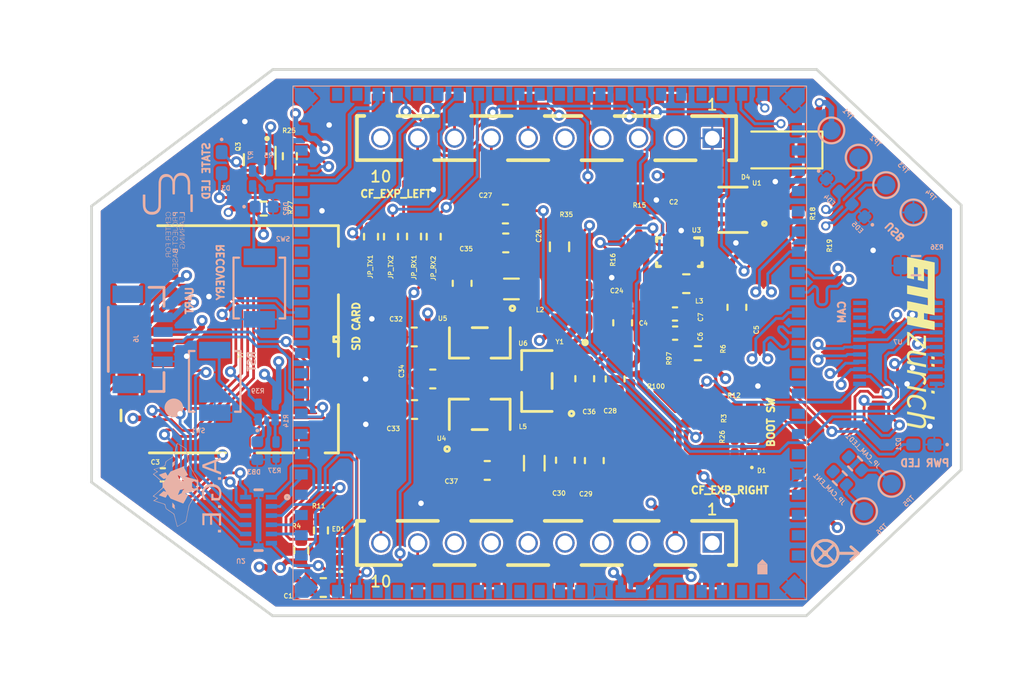
<source format=kicad_pcb>
(kicad_pcb (version 20241229) (generator "pcbnew") (generator_version "9.0")
  (title_block (title "PCB-Milk Module") (date "3.11.2025"))
  (layers (0 "F.Cu" signal) (4 "In1.Cu" power) (6 "In2.Cu" power) (2 "B.Cu" signal) (13 "F.Paste" user) (15 "B.Paste" user) (5 "F.SilkS" user "F.Silkscreen") (7 "B.SilkS" user "B.Silkscreen") (1 "F.Mask" user) (3 "B.Mask" user) (25 "Edge.Cuts" user))
  (net 0 "")
  (net 1 "3V3")
  (net 2 "GND")
  (net 3 "Net-(U3-EN)")
  (net 4 "/CF Proto EXP/VBUS")
  (net 5 "1V8")
  (net 6 "Net-(C26-Pad1)")
  (net 7 "Net-(C29-Pad1)")
  (net 8 "2V8")
  (net 9 "1V5")
  (net 10 "/SD Card/BOOTSEL_RV")
  (net 11 "Net-(D3-A)")
  (net 12 "Net-(D3-K)")
  (net 13 "Net-(D21-A)")
  (net 14 "Net-(DB2-A1)")
  (net 15 "Net-(DB3-A1)")
  (net 16 "/Milk Module/SD_SD0_CD")
  (net 17 "/Milk Module/USB_DP")
  (net 18 "Net-(J1-DAT2)")
  (net 19 "Net-(J1-CD{slash}DAT3)")
  (net 20 "Net-(J1-CLK)")
  (net 21 "Net-(J1-DAT1)")
  (net 22 "Net-(J1-DAT0)")
  (net 23 "Net-(J1-CMD)")
  (net 24 "/Milk Module/XGPIOB_22")
  (net 25 "/Milk Module/SENSOR_RSTN1")
  (net 26 "/Milk Module/MIPI0_DP2")
  (net 27 "/Milk Module/ADC3")
  (net 28 "/Milk Module/MIPI0_DP0")
  (net 29 "/Milk Module/EPHY_LNK_LED")
  (net 30 "/Milk Module/XGPIOB_19")
  (net 31 "/Milk Module/MIPI_TX_4N")
  (net 32 "/Milk Module/XGPIOA_29")
  (net 33 "/Milk Module/XGPIOB_16{slash}SPI3_CS")
  (net 34 "/Milk Module/SENSOR_HS0")
  (net 35 "/Milk Module/MIPI_TX_1N")
  (net 36 "/Milk Module/AUDIO_OUT_R")
  (net 37 "/Milk Module/XGPIOB_20{slash}I2C4_SCL")
  (net 38 "/Milk Module/AUDIO_IN_L")
  (net 39 "/Milk Module/EPHY_TXN")
  (net 40 "/Milk Module/LCD_PWM")
  (net 41 "/Milk Module/SD_SD0_D0")
  (net 42 "/Milk Module/SENSOR_CLK0")
  (net 43 "/Milk Module/AUDIO_IN_R")
  (net 44 "/Milk Module/PWM0_BUCK")
  (net 45 "/Milk Module/I2C_SENSOR1_SDA")
  (net 46 "/Milk Module/I2C_SENSOR1_SCL")
  (net 47 "/Milk Module/LCD_RST")
  (net 48 "/Milk Module/MIPI_TX_0P")
  (net 49 "/Milk Module/LCD_PWR_CT")
  (net 50 "/Milk Module/XGPIOA_30")
  (net 51 "/Milk Module/MIPI0_DP4")
  (net 52 "/Milk Module/MIPI0_DN2")
  (net 53 "/Milk Module/MIPI_TX_1P")
  (net 54 "/Milk Module/SENSOR_RSTN0")
  (net 55 "/Milk Module/UART0_RX")
  (net 56 "/Milk Module/XGPIOB_18{slash}I2C1_SCL")
  (net 57 "/Milk Module/AUDIO_OUT_L")
  (net 58 "/Milk Module/MIPI_TX_0N")
  (net 59 "/Milk Module/SD_SD0_CMD")
  (net 60 "/Milk Module/ADC1")
  (net 61 "/Milk Module/SENSOR_CLK1")
  (net 62 "/Milk Module/MIPI_TX_2P")
  (net 63 "/Milk Module/XGPIOB_15{slash}SPI3_SCK")
  (net 64 "/Milk Module/I2C3_SENSOR0_SDA")
  (net 65 "/Milk Module/XGPIOA_18")
  (net 66 "/Milk Module/MIPI0_DN3")
  (net 67 "/Milk Module/XGPIOA_20")
  (net 68 "/Milk Module/SD_SD0_D1")
  (net 69 "/Milk Module/MIPI0_DN1")
  (net 70 "/Milk Module/EPHY_RXN")
  (net 71 "/Milk Module/UART0_TX")
  (net 72 "/Milk Module/MIPI_TX_4P")
  (net 73 "/Milk Module/MIPI0_DN0")
  (net 74 "/Milk Module/MIPI0_DP3")
  (net 75 "/Milk Module/MIPI0_DP1")
  (net 76 "/Milk Module/SD_PWR_EN")
  (net 77 "/Milk Module/MIPI0_DN4")
  (net 78 "/Milk Module/XGPIOA_19")
  (net 79 "/Milk Module/EPHY_SPD_LED")
  (net 80 "/Milk Module/MIPI0_DP5")
  (net 81 "/Milk Module/VBUS_DET")
  (net 82 "/Milk Module/VBUS_EN")
  (net 83 "/Milk Module/EPHY_RXP")
  (net 84 "/Milk Module/SD_SD0_D3")
  (net 85 "/Milk Module/ADC2")
  (net 86 "/Milk Module/MIPI0_DN5")
  (net 87 "/Milk Module/XGPIOB_21{slash}I2C4_SDA")
  (net 88 "/Milk Module/SD_SD0_D2")
  (net 89 "/Milk Module/XGPIOB_13{slash}SPI3_SDO")
  (net 90 "/Milk Module/MIPI_TX_2N")
  (net 91 "/Milk Module/I2C3_SENSOR0_SCL")
  (net 92 "/Milk Module/SD_SD0_CLK")
  (net 93 "/Milk Module/EPHY_TXP")
  (net 94 "/Milk Module/MIPI_TX_3P")
  (net 95 "/Milk Module/PWR_VBAT_DET")
  (net 96 "/Milk Module/MIPI_TX_3N")
  (net 97 "/Milk Module/XGPIOB_17{slash}I2C1_SDA")
  (net 98 "/Milk Module/ARM_RISV_SWITCH")
  (net 99 "/Milk Module/XGPIOA_28")
  (net 100 "/Milk Module/UPDATE")
  (net 101 "/Milk Module/XGPIOB_11")
  (net 102 "/Milk Module/XGPIOB_14{slash}SPI3_SDI")
  (net 103 "/Milk Module/XGPIOB_12")
  (net 105 "/Camera OV/CAM_EN")
  (net 107 "/Camera OV/CAM_LED")
  (net 108 "Net-(P1-RX1)")
  (net 109 "Net-(P2-RX2)")
  (net 110 "Net-(P1-TX1)")
  (net 111 "Net-(P2-TX2)")
  (net 112 "Net-(L3-Pad2)")
  (net 113 "Net-(L3-Pad1)")
  (net 114 "unconnected-(P1-IO_3-Pad3)")
  (net 115 "Net-(P1-SCL)")
  (net 117 "Net-(P1-SDA)")
  (net 122 "Net-(P2-VCOM)")
  (net 129 "Net-(Q3-G)")
  (net 130 "Net-(Y1-OUT)")
  (net 131 "/Camera OV/MCLK")
  (net 132 "Net-(R36-Pad2)")
  (net 133 "/Camera OV/I2C_SENSOR1_SDA")
  (net 134 "/Camera OV/I2C_SENSOR1_SCL")
  (net 143 "/Milk Module/USB_DN")
  (footprint "Resistor_SMD:R_0201_0603Metric_Pad0.64x0.40mm_HandSolder" (layer "F.Cu") (at 149.057424 83.265076 180)
    (property "Reference" "R18")
    (property "Value" "150k" (hide yes))
  )
  (footprint "BT-Milk V Duo S:SOT-23_DIO" (layer "F.Cu") (at 132.194924 90.216226 180)
    (property "Reference" "U5")
    (property "Value" "AP2127N-2.8TRG1" (hide yes))
  )
  (footprint "Package_TO_SOT_SMD:SOT-723" (layer "F.Cu") (at 120.237424 80.266226 -90)
    (property "Reference" "Q3")
    (property "Value" "CJ3134K" (hide yes))
  )
  (footprint "Resistor_SMD:R_0402_1005Metric_Pad0.72x0.64mm_HandSolder" (layer "F.Cu") (at 121.874924 80.075076 -90)
    (property "Reference" "R25")
    (property "Value" "1k" (hide yes))
  )
  (footprint "Resistor_SMD:R_0201_0603Metric_Pad0.64x0.40mm_HandSolder" (layer "F.Cu") (at 141.302424 91.906226)
    (property "Reference" "R100")
    (property "Value" "4.7k" (hide yes))
  )
  (footprint "Resistor_SMD:R_0603_1608Metric" (layer "F.Cu") (at 136.524924 84.995076 -90)
    (property "Reference" "R35")
    (property "Value" "100R" (hide yes))
  )
  (footprint "Resistor_SMD:R_0402_1005Metric" (layer "F.Cu") (at 127.369924 84.446226 -90)
    (property "Reference" "JP_TX2")
    (property "Value" "0R" (hide yes))
  )
  (footprint "Capacitor_SMD:C_0603_1608Metric" (layer "F.Cu") (at 129.639924 92.176226 180)
    (property "Reference" "C34")
    (property "Value" "1uF" (hide yes))
  )
  (footprint "BT-Milk V Duo S:EXP_ORIENTATION" (layer "F.Cu") (at 150.955147 101.645076)
    (property "Reference" "EXP_ORIENTATION" (hide yes))
    (property "Value" "VAL**" (hide yes))
  )
  (footprint "Capacitor_SMD:C_0603_1608Metric" (layer "F.Cu") (at 136.844924 96.590076 -90)
    (property "Reference" "C30")
    (property "Value" "10nF" (hide yes))
  )
  (footprint "Resistor_SMD:R_0402_1005Metric_Pad0.72x0.64mm_HandSolder" (layer "F.Cu") (at 122.494924 101.485076 90)
    (property "Reference" "R4")
    (property "Value" "100k(NC)" (hide yes))
  )
  (footprint "Resistor_SMD:R_0201_0603Metric_Pad0.64x0.40mm_HandSolder" (layer "F.Cu") (at 146.574798 94.503727)
    (property "Reference" "R3")
    (property "Value" "100R 5%" (hide yes))
  )
  (footprint "Resistor_SMD:R_0402_1005Metric" (layer "F.Cu") (at 128.619924 84.436226 90)
    (property "Reference" "JP_RX1")
    (property "Value" "0R" (hide yes))
  )
  (footprint "Inductor_SMD:L_0805_2012Metric" (layer "F.Cu") (at 135.154924 96.752576 90)
    (property "Reference" "L5")
    (property "Value" "1.5k" (hide yes))
  )
  (footprint "Capacitor_SMD:C_0603_1608Metric" (layer "F.Cu") (at 138.414924 96.610076 -90)
    (property "Reference" "C29")
    (property "Value" "1nF" (hide yes))
  )
  (footprint "Resistor_SMD:R_0201_0603Metric_Pad0.64x0.40mm_HandSolder" (layer "F.Cu") (at 146.042298 95.843727 90)
    (property "Reference" "R26")
    (property "Value" "10k 1%" (hide yes))
  )
  (footprint "Resistor_SMD:R_0402_1005Metric_Pad0.72x0.64mm_HandSolder" (layer "F.Cu") (at 123.564924 100.402576 90)
    (property "Reference" "R11")
    (property "Value" "100k(NC)" (hide yes))
  )
  (footprint "Resistor_SMD:R_0201_0603Metric_Pad0.64x0.40mm_HandSolder" (layer "F.Cu") (at 140.834924 83.969121 -90)
    (property "Reference" "R15")
    (property "Value" "4.7k" (hide yes))
  )
  (footprint "BT-Milk V Duo S:SOT-5X3_DRL_TEX" (layer "F.Cu") (at 145.944925 82.986621 180)
    (property "Reference" "U1")
    (property "Value" "LM66200DRLR" (hide yes))
  )
  (footprint "Resistor_SMD:R_0402_1005Metric" (layer "F.Cu") (at 126.284924 84.446621 90)
    (property "Reference" "JP_TX1")
    (property "Value" "0R" (hide yes))
  )
  (footprint "Capacitor_SMD:C_0603_1608Metric" (layer "F.Cu") (at 133.584924 83.215076 180)
    (property "Reference" "C27")
    (property "Value" "10nF" (hide yes))
  )
  (footprint "BT-Milk V Duo S:YFF0015AHAN" (layer "F.Cu") (at 143.034925 85.286623 -90)
    (property "Reference" "U3")
    (property "Value" "TPS63810YFFR" (hide yes))
  )
  (footprint "Capacitor_SMD:C_0603_1608Metric" (layer "F.Cu") (at 133.604924 84.785076 180)
    (property "Reference" "C26")
    (property "Value" "1nF" (hide yes))
  )
  (footprint "Resistor_SMD:R_0201_0603Metric_Pad0.64x0.40mm_HandSolder" (layer "F.Cu") (at 146.562298 93.641227)
    (property "Reference" "R12")
    (property "Value" "10k 1%" (hide yes))
  )
  (footprint "Capacitor_SMD:C_0402_1005Metric_Pad0.74x0.62mm_HandSolder" (layer "F.Cu") (at 142.797525 88.646432 180)
    (property "Reference" "C7")
    (property "Value" "22uF" (hide yes))
  )
  (footprint "Capacitor_SMD:C_0603_1608Metric_Pad1.08x0.95mm_HandSolder" (layer "F.Cu") (at 123.692424 103.505076)
    (property "Reference" "C1")
    (property "Value" "10uF" (hide yes))
  )
  (footprint "BT-Milk V Duo S:CF2-DECK-SMD-HOLES" (layer "F.Cu") (at 135.819925 79.091831 179.97)
    (property "Reference" "P1" (hide yes))
    (property "Value" "CF_EXP_LEFT")
  )
  (footprint "Capacitor_SMD:C_0603_1608Metric" (layer "F.Cu") (at 131.234924 86.981226 90)
    (property "Reference" "C35")
    (property "Value" "1uF" (hide yes))
  )
  (footprint "Capacitor_SMD:C_0603_1608Metric" (layer "F.Cu") (at 139.544924 92.176226 -90)
    (property "Reference" "C28")
    (property "Value" "10nF" (hide yes))
  )
  (footprint "Capacitor_SMD:C_0603_1608Metric" (layer "F.Cu") (at 137.894924 92.161226 -90)
    (property "Reference" "C36")
    (property "Value" "1uF" (hide yes))
  )
  (footprint "Resistor_SMD:R_0402_1005Metric" (layer "F.Cu") (at 129.689924 84.446226 -90)
    (property "Reference" "JP_RX2")
    (property "Value" "0R" (hide yes))
  )
  (footprint "Resistor_SMD:R_0402_1005Metric_Pad0.72x0.64mm_HandSolder" (layer "F.Cu") (at 120.454924 82.921226)
    (property "Reference" "R27")
    (property "Value" "1k" (hide yes))
  )
  (footprint "Resistor_SMD:R_0201_0603Metric_Pad0.64x0.40mm_HandSolder" (layer "F.Cu") (at 140.675025 85.726432)
    (property "Reference" "R16")
    (property "Value" "4.7k" (hide yes))
  )
  (footprint "Resistor_SMD:R_0201_0603Metric_Pad0.64x0.40mm_HandSolder" (layer "F.Cu") (at 149.964924 84.935076)
    (property "Reference" "R19")
    (property "Value" "100k" (hide yes))
  )
  (footprint "Inductor_SMD:L_0805_2012Metric" (layer "F.Cu") (at 133.912424 87.286226)
    (property "Reference" "L2")
    (property "Value" "1.5k" (hide yes))
  )
  (footprint "Resistor_SMD:R_0201_0603Metric_Pad0.64x0.40mm_HandSolder" (layer "F.Cu") (at 141.304924 91.036226)
    (property "Reference" "R97")
    (property "Value" "4.7k" (hide yes))
  )
  (footprint "Capacitor_SMD:C_0201_0603Metric_Pad0.64x0.40mm_HandSolder" (layer "F.Cu") (at 141.21 88.0075 -90)
    (property "Reference" "C4")
    (property "Value" "100nF" (hide yes))
  )
  (footprint "BT-Milk V Duo S:OSCCC250X200X90" (layer "F.Cu") (at 137.184924 88.225076 90)
    (property "Reference" "Y1")
    (property "Value" "SG-210STF_25.0000MY" (hide yes))
  )
  (footprint "Capacitor_SMD:C_0402_1005Metric_Pad0.74x0.62mm_HandSolder" (layer "F.Cu") (at 142.804924 89.686621 180)
    (property "Reference" "C6")
    (property "Value" "22uF" (hide yes))
  )
  (footprint "Capacitor_SMD:C_0603_1608Metric" (layer "F.Cu") (at 128.649924 93.836226 180)
    (property "Reference" "C33")
    (property "Value" "1uF" (hide yes))
  )
  (footprint "BT-Milk V Duo S:104031-0811_MOL" (layer "F.Cu") (at 118.608425 90.02083 -90)
    (property "Reference" "J1")
    (property "Value" "1040310811" (hide yes))
  )
  (footprint "Resistor_SMD:R_0402_1005Metric_Pad0.72x0.64mm_HandSolder" (layer "F.Cu") (at 144.042424 90.775076)
    (property "Reference" "R6")
    (property "Value" "510R 5%" (hide yes))
  )
  (footprint "Capacitor_SMD:C_0603_1608Metric" (layer "F.Cu") (at 128.629924 89.895076 180)
    (property "Reference" "C32")
    (property "Value" "1uF" (hide yes))
  )
  (footprint "Diode_SMD:D_SOD-123F" (layer "F.Cu") (at 148.594924 79.736621 180)
    (property "Reference" "D4")
    (property "Value" "SMBJ18A" (hide yes))
  )
  (footprint "Diode_SMD:D_0402_1005Metric" (layer "F.Cu") (at 146.972298 95.896227 90)
    (property "Reference" "D1")
    (property "Value" "SP0402B-ULC-01ETG" (hide yes))
  )
  (footprint "BT-Milk V Duo S:CF2-DECK-SMD-HOLES" (layer "F.Cu") (at 135.819925 101.085831 180)
    (property "Reference" "P2" (hide yes))
    (property "Value" "CF_EXP_RIGHT")
  )
  (footprint "Capacitor_SMD:C_0603_1608Metric" (layer "F.Cu") (at 146.16 88.285 -90)
    (property "Reference" "C5")
    (property "Value" "1uF" (hide yes))
  )
  (footprint "BT-Milk V Duo S:SOT-23_DIO" (layer "F.Cu") (at 135.294924 92.286226 90)
    (property "Reference" "U6")
    (property "Value" "AP2127N-1.8TRG1" (hide yes))
  )
  (footprint "BT-Milk V Duo S:SOT-23_DIO" (layer "F.Cu") (at 132.188924 94.099726)
    (property "Reference" "U4")
    (property "Value" "AP7313-15SRG-7" (hide yes))
  )
  (footprint "Inductor_SMD:L_0603_1608Metric_Pad1.05x0.95mm_HandSolder" (layer "F.Cu") (at 143.41 87 180)
    (property "Reference" "L3")
    (property "Value" "0.47uH" (hide yes))
  )
  (footprint "Capacitor_SMD:C_0603_1608Metric" (layer "F.Cu") (at 132.599924 97.145076 180)
    (property "Reference" "C37")
    (property "Value" "1uF" (hide yes))
  )
  (footprint "Capacitor_SMD:C_0603_1608Metric" (layer "F.Cu") (at 139.954924 89.125076 90)
    (property "Reference" "C24")
    (property "Value" "10nF" (hide yes))
  )
  (footprint "Capacitor_SMD:C_0402_1005Metric_Pad0.74x0.62mm_HandSolder" (layer "F.Cu") (at 114.974924 97.386621 180)
    (property "Reference" "C3")
    (property "Value" "100nF" (hide yes))
  )
  (footprint "Diode_SMD:D_0402_1005Metric" (layer "F.Cu") (at 124.654924 101.542576 90)
    (property "Reference" "ED1")
    (property "Value" "SP0402B-ULC-01ETG" (hide yes))
  )
  (footprint "Capacitor_SMD:C_0201_0603Metric_Pad0.64x0.40mm_HandSolder" (layer "F.Cu") (at 143.434924 83.176621 180)
    (property "Reference" "C2")
    (property "Value" "10uF" (hide yes))
  )
  (footprint "BT-Milk V Duo S:MilkV_Duo_Module" (layer "B.Cu") (at 135.994924 90.215831 -90)
    (property "Reference" "J2" (hide yes))
    (property "Value" "STAMP_HOLE_88P" (hide yes))
  )
  (footprint "Resistor_SMD:R_0402_1005Metric" (layer "B.Cu") (at 152.58 96.77 -45)
    (property "Reference" "JP_CAM_LED1")
    (property "Value" "0R" (hide yes))
  )
  (footprint "Resistor_SMD:R_0402_1005Metric" (layer "B.Cu") (at 151.749376 97.569376 -45)
    (property "Reference" "JP_CAM_EN1")
    (property "Value" "0R" (hide yes))
  )
  (footprint "Graphics:PBL Logo 2" (layer "B.Cu") (at 115.24 83.68 -90)
    (property "Reference" "G***" (hide yes))
    (property "Value" "LOGO" (hide yes))
  )
  (footprint "TestPoint:TestPoint_Pad_D1.0mm" (layer "B.Cu") (at 155.749848 83.13 -135)
    (property "Reference" "TP4")
    (property "Value" "GND" (hide yes))
  )
  (footprint "Button_Switch_SMD:SW_SPST_B3U-1000P" (layer "B.Cu") (at 117.794924 92.306621 -90)
    (property "Reference" "SW1")
    (property "Value" "B3U-1000P" (hide yes))
  )
  (footprint "Resistor_SMD:R_0201_0603Metric_Pad0.64x0.40mm_HandSolder" (layer "B.Cu") (at 119.849924 81.283726 -90)
    (property "Reference" "R7")
    (property "Value" "100R 5%" (hide yes))
  )
  (footprint "LED_SMD:LED_0402_1005Metric_Pad0.77x0.64mm_HandSolder" (layer "B.Cu") (at 156.315 95.74 180)
    (property "Reference" "D21")
    (property "Value" "RED HIGH D402" (hide yes))
  )
  (footprint "Resistor_SMD:R_0201_0603Metric_Pad0.64x0.40mm_HandSolder" (layer "B.Cu") (at 121.124924 96.006621 90)
    (property "Reference" "R37")
    (property "Value" "3.3k" (hide yes))
  )
  (footprint "Resistor_SMD:R_0201_0603Metric_Pad0.64x0.40mm_HandSolder" (layer "B.Cu") (at 121.074924 93.971621 90)
    (property "Reference" "R14")
    (property "Value" "4.7k" (hide yes))
  )
  (footprint "Resistor_SMD:R_0201_0603Metric_Pad0.64x0.40mm_HandSolder" (layer "B.Cu") (at 120.164924 93.964516 -90)
    (property "Reference" "R39")
    (property "Value" "100R 5%" (hide yes))
  )
  (footprint "TestPoint:TestPoint_Pad_D1.0mm" (layer "B.Cu") (at 153.07 99.36 135)
    (property "Reference" "TP6")
    (property "Value" "TestPoint" (hide yes))
  )
  (footprint "Resistor_SMD:R_0201_0603Metric_Pad0.64x0.40mm_HandSolder" (layer "B.Cu") (at 120.77 81.26 -90)
    (property "Reference" "R5")
    (property "Value" "10k 1%" (hide yes))
  )
  (footprint "Diode_SMD:D_0402_1005Metric" (layer "B.Cu") (at 152.749068 83.029219 135)
    (property "Reference" "ED5")
    (property "Value" "SP0402B-ULC-01ETG" (hide yes))
  )
  (footprint "Diode_SMD:D_0402_1005Metric" (layer "B.Cu") (at 151.371977 81.652129 -45)
    (property "Reference" "ED4")
    (property "Value" "SP0402B-ULC-01ETG" (hide yes))
  )
  (footprint "Button_Switch_SMD:SW_SPST_B3U-1000P" (layer "B.Cu") (at 120.214924 87.236621 -90)
    (property "Reference" "SW2")
    (property "Value" "B3U-1000P" (hide yes))
  )
  (footprint "Resistor_SMD:R_0603_1608Metric" (layer "B.Cu") (at 155.89 86.02)
    (property "Reference" "R36")
    (property "Value" "10k" (hide yes))
  )
  (footprint "TestPoint:TestPoint_Pad_D1.0mm" (layer "B.Cu") (at 154.264924 81.645076 -135)
    (property "Reference" "TP3")
    (property "Value" "D+" (hide yes))
  )
  (footprint "Graphics:AGE Logo small" (layer "B.Cu") (at 115.642226 97.931662 -90)
    (property "Reference" "G***" (hide yes))
    (property "Value" "LOGO" (hide yes))
  )
  (footprint "TestPoint:TestPoint_Pad_D1.0mm" (layer "B.Cu") (at 154.554924 97.875076 135)
    (property "Reference" "TP5")
    (property "Value" "TestPoint" (hide yes))
  )
  (footprint "LED_SMD:LED_0402_1005Metric_Pad0.77x0.64mm_HandSolder" (layer "B.Cu") (at 118.17 80.43 -90)
    (property "Reference" "D3")
    (property "Value" "BLUE HIGH D402" (hide yes))
  )
  (footprint "Diode_SMD:D_0402_1005Metric" (layer "B.Cu") (at 120.479924 82.816226)
    (property "Reference" "DB2")
    (property "Value" "SP0402B-ULC-01ETG" (hide yes))
  )
  (footprint "TestPoint:TestPoint_Pad_D1.0mm" (layer "B.Cu") (at 151.294368 78.67452 -135)
    (property "Reference" "TP1")
    (property "Value" "VBUS" (hide yes))
  )
  (footprint "BT-Milk V Duo S:DF30FC-24DS" (layer "B.Cu") (at 156.984924 88.044121 -90)
    (property "Reference" "U7")
    (property "Value" "DF30FC-24DS-0.4V(81)" (hide yes))
  )
  (footprint "TestPoint:TestPoint_Pad_D1.0mm" (layer "B.Cu") (at 152.772928 80.15308 -135)
    (property "Reference" "TP2")
    (property "Value" "D-" (hide yes))
  )
  (footprint "BT-Milk V Duo S:CONN4X1_DF52-4S-0.8H21_HIR" (layer "B.Cu") (at 113.525625 90.026226 90)
    (property "Reference" "J6")
    (property "Value" "DF52-4S-0.8H21" (hide yes))
  )
  (footprint "Diode_SMD:D_0402_1005Metric" (layer "B.Cu") (at 120.104924 96.071621 -90)
    (property "Reference" "DB3")
    (property "Value" "SP0402B-ULC-01ETG" (hide yes))
  )
  (footprint "BT-Milk V Duo S:SON_5MX12Y_STM" (layer "B.Cu") (at 120.176424 99.846684 180)
    (property "Reference" "U2")
    (property "Value" "EMIF06-1005MX12Y" (hide yes))
  )
  (gr_poly (pts (xy 155.405133 92.68323) (xy 155.405133 92.533278) (xy 155.407647 92.533806) (xy 156.434826 92.74038) (xy 156.434826 92.88782)) (fill yes) (layer "F.SilkS"))
  (gr_poly (pts (xy 156.446958 92.306742) (xy 156.44585 92.32373) (xy 156.443999 92.340235) (xy 156.441403 92.356263) (xy 156.438058 92.37182) (xy 156.433961 92.386911) (xy 156.429108 92.401542) (xy 156.423498 92.41572) (xy 156.417127 92.42945) (xy 156.409991 92.442737) (xy 156.402088 92.455588) (xy 156.393414 92.468009) (xy 156.383967 92.480004) (xy 156.373743 92.491581) (xy 156.36274 92.502745) (xy 156.350953 92.513501) (xy 156.349432 92.514757) (xy 156.240357 92.392982) (xy 156.242209 92.391593) (xy 156.250985 92.384529) (xy 156.259181 92.377226) (xy 156.2668 92.369679) (xy 156.273842 92.361885) (xy 156.280311 92.35384) (xy 156.286208 92.34554) (xy 156.291534 92.336981) (xy 156.296292 92.328159) (xy 156.300483 92.319071) (xy 156.304109 92.309712) (xy 156.307173 92.300078) (xy 156.309675 92.290167) (xy 156.311618 92.279973) (xy 156.313004 92.269493) (xy 156.313834 92.258723) (xy 156.31411 92.247659) (xy 156.313768 92.234652) (xy 156.312753 92.221748) (xy 156.311078 92.20896) (xy 156.308755 92.196303) (xy 156.305798 92.183791) (xy 156.302221 92.171438) (xy 156.298037 92.159258) (xy 156.293258 92.147265) (xy 156.2879 92.135473) (xy 156.281974 92.123897) (xy 156.275494 92.112551) (xy 156.268474 92.101448) (xy 156.260927 92.090603) (xy 156.252866 92.08003) (xy 156.244304 92.069743) (xy 156.235256 92.059756) (xy 156.21575 92.04074) (xy 156.194456 92.023094) (xy 156.17148 92.006931) (xy 156.146929 91.992364) (xy 156.12091 91.979506) (xy 156.093528 91.968471) (xy 156.07936 91.963672) (xy 156.064892 91.959371) (xy 156.050136 91.955582) (xy 156.035107 91.952319) (xy 155.405134 91.827237) (xy 155.405134 91.677152) (xy 155.407647 91.677615) (xy 156.434826 91.88194) (xy 156.434826 92.029776) (xy 156.432378 92.029312) (xy 156.316755 92.006096) (xy 156.331935 92.018652) (xy 156.346257 92.032064) (xy 156.359705 92.046294) (xy 156.372262 92.061307) (xy 156.383912 92.077067) (xy 156.394637 92.093535) (xy 156.40442 92.110678) (xy 156.413246 92.128457) (xy 156.421096 92.146837) (xy 156.427954 92.165781) (xy 156.433803 92.185254) (xy 156.438627 92.205218) (xy 156.442408 92.225638) (xy 156.44513 92.246476) (xy 156.446775 92.267698) (xy 156.447327 92.289265)) (fill yes) (layer "F.SilkS"))
  (gr_poly (pts (xy 156.432444 90.91965) (xy 155.799958 90.792716) (xy 155.786907 90.790415) (xy 155.77397 90.78838) (xy 155.761255 90.786624) (xy 155.748869 90.785159) (xy 155.73692 90.783999) (xy 155.725516 90.783154) (xy 155.714765 90.782638) (xy 155.704774 90.782464) (xy 155.694408 90.782666) (xy 155.68431 90.783268) (xy 155.674484 90.784268) (xy 155.664934 90.78566) (xy 155.655664 90.787441) (xy 155.646678 90.789607) (xy 155.63798 90.792153) (xy 155.629574 90.795075) (xy 155.621463 90.798369) (xy 155.613653 90.802032) (xy 155.606147 90.806059) (xy 155.598949 90.810446) (xy 155.592063 90.815188) (xy 155.585493 90.820283) (xy 155.579243 90.825725) (xy 155.573318 90.831511) (xy 155.56772 90.837636) (xy 155.562454 90.844097) (xy 155.557525 90.850889) (xy 155.552935 90.858008) (xy 155.54869 90.86545) (xy 155.544793 90.873212) (xy 155.541248 90.881288) (xy 155.538059 90.889676) (xy 155.53523 90.89837) (xy 155.532765 90.907366) (xy 155.530669 90.916662) (xy 155.528945 90.926251) (xy 155.527597 90.936131) (xy 155.526629 90.946298) (xy 155.526045 90.956746) (xy 155.52585 90.967473) (xy 155.526948 90.989825) (xy 155.528846 91.005628) (xy 155.53211 91.023899) (xy 155.537088 91.044174) (xy 155.544131 91.06599) (xy 155.553588 91.088883) (xy 155.559332 91.100589) (xy 155.56581 91.112391) (xy 155.573067 91.12423) (xy 155.581145 91.13605) (xy 155.59009 91.147791) (xy 155.599944 91.159397) (xy 155.610751 91.170808) (xy 155.622556 91.181968) (xy 155.635401 91.192818) (xy 155.64933 91.203301) (xy 155.664388 91.213358) (xy 155.680618 91.222932) (xy 155.698063 91.231965) (xy 155.716767 91.240398) (xy 155.736774 91.248174) (xy 155.758128 91.255236) (xy 155.780873 91.261524) (xy 155.805051 91.266982) (xy 156.434892 91.391997) (xy 156.434892 91.544066) (xy 156.432444 91.54367) (xy 155.4052 91.339411) (xy 155.4052 91.191576) (xy 155.407713 91.192039) (xy 155.514539 91.211486) (xy 155.499851 91.197452) (xy 155.486099 91.182788) (xy 155.473285 91.167498) (xy 155.461411 91.151584) (xy 155.450478 91.135051) (xy 155.440487 91.117903) (xy 155.431441 91.100142) (xy 155.42334 91.081773) (xy 155.416187 91.0628) (xy 155.409982 91.043226) (xy 155.404727 91.023054) (xy 155.400425 91.002289) (xy 155.397076 90.980934) (xy 155.394682 90.958992) (xy 155.393244 90.936469) (xy 155.392764 90.913366) (xy 155.393105 90.89754) (xy 155.39412 90.882053) (xy 155.395799 90.866916) (xy 155.39813 90.852141) (xy 155.401102 90.837738) (xy 155.404705 90.823716) (xy 155.408928 90.810088) (xy 155.41376 90.796864) (xy 155.419189 90.784054) (xy 155.425205 90.771669) (xy 155.431797 90.75972) (xy 155.438955 90.748217) (xy 155.446666 90.737171) (xy 155.454921 90.726594) (xy 155.463708 90.716494) (xy 155.473016 90.706884) (xy 155.482835 90.697773) (xy 155.493153 90.689173) (xy 155.50396 90.681094) (xy 155.515244 90.673547) (xy 155.526995 90.666542) (xy 155.539202 90.660091) (xy 155.551854 90.654203) (xy 155.56494 90.648889) (xy 155.578449 90.644161) (xy 155.59237 90.640029) (xy 155.606692 90.636503) (xy 155.621404 90.633594) (xy 155.636496 90.631313) (xy 155.651956 90.629671) (xy 155.667774 90.628677) (xy 155.683938 90.628344) (xy 155.690603 90.628404) (xy 155.697088 90.628579) (xy 155.709578 90.629247) (xy 155.721522 90.63029) (xy 155.733035 90.631651) (xy 155.744232 90.633272) (xy 155.755227 90.635097) (xy 155.777072 90.639126) (xy 155.786332 90.640845) (xy 156.434892 90.770227) (xy 156.434892 90.92018)) (fill yes) (layer "F.SilkS"))
  (gr_poly (pts (xy 156.717401 91.488041) (xy 156.717401 91.337691) (xy 156.904924 91.375659) (xy 156.904924 91.525215)) (fill yes) (layer "F.SilkS"))
  (gr_poly (pts (xy 156.309082 90.506569) (xy 156.308619 90.506239) (xy 155.538351 89.822886) (xy 155.538351 90.365678) (xy 155.405133 90.339882) (xy 155.405133 89.613732) (xy 155.531009 89.639397) (xy 155.531406 89.639728) (xy 156.301674 90.320964) (xy 156.301674 89.809326) (xy 156.304188 89.809723) (xy 156.434826 89.835189) (xy 156.434826 90.532168)) (fill yes) (layer "F.SilkS"))
  (gr_poly (pts (xy 156.331506 94.273442) (xy 156.345657 94.287583) (xy 156.35887 94.302253) (xy 156.371147 94.317459) (xy 156.382493 94.333209) (xy 156.39291 94.349509) (xy 156.402403 94.366367) (xy 156.410974 94.383788) (xy 156.418628 94.401781) (xy 156.425368 94.420353) (xy 156.431198 94.439509) (xy 156.436121 94.459258) (xy 156.440141 94.479606) (xy 156.443261 94.50056) (xy 156.445486 94.522128) (xy 156.446818 94.544315) (xy 156.447261 94.56713) (xy 156.44692 94.582945) (xy 156.445904 94.598424) (xy 156.444225 94.613556) (xy 156.441893 94.628328) (xy 156.438919 94.642732) (xy 156.435314 94.656756) (xy 156.431089 94.670389) (xy 156.426256 94.68362) (xy 156.420824 94.696438) (xy 156.414805 94.708834) (xy 156.40821 94.720795) (xy 156.40105 94.732311) (xy 156.393336 94.743372) (xy 156.385078 94.753966) (xy 156.376288 94.764083) (xy 156.366977 94.773711) (xy 156.357155 94.782841) (xy 156.346833 94.79146) (xy 156.336024 94.79956) (xy 156.324736 94.807127) (xy 156.312982 94.814153) (xy 156.300772 94.820625) (xy 156.288118 94.826533) (xy 156.27503 94.831867) (xy 156.261518 94.836615) (xy 156.247595 94.840767) (xy 156.233272 94.844312) (xy 156.218558 94.847239) (xy 156.203465 94.849537) (xy 156.188003 94.851195) (xy 156.172185 94.852203) (xy 156.156021 94.85255) (xy 156.141927 94.852359) (xy 156.128554 94.8518) (xy 156.115725 94.850897) (xy 156.103269 94.849673) (xy 156.091012 94.848151) (xy 156.078779 94.846355) (xy 156.066397 94.844308) (xy 156.053693 94.842033) (xy 155.404869 94.710535) (xy 155.404869 94.560648) (xy 156.039869 94.687913) (xy 156.053023 94.690242) (xy 156.066025 94.692308) (xy 156.078773 94.694097) (xy 156.091165 94.695594) (xy 156.103097 94.696784) (xy 156.114469 94.697652) (xy 156.125177 94.698183) (xy 156.135119 94.698364) (xy 156.145485 94.698164) (xy 156.155582 94.697566) (xy 156.165407 94.696576) (xy 156.174956 94.695196) (xy 156.184225 94.69343) (xy 156.193209 94.691284) (xy 156.201905 94.688761) (xy 156.210309 94.685865) (xy 156.218417 94.682601) (xy 156.226224 94.678972) (xy 156.233728 94.674982) (xy 156.240923 94.670637) (xy 156.247806 94.665938) (xy 156.254373 94.660892) (xy 156.26062 94.655502) (xy 156.266542 94.649771) (xy 156.272137 94.643705) (xy 156.277399 94.637308) (xy 156.282326 94.630582) (xy 156.286912 94.623533) (xy 156.291155 94.616165) (xy 156.295049 94.608481) (xy 156.298592 94.600486) (xy 156.301778 94.592184) (xy 156.304605 94.583579) (xy 156.307067 94.574675) (xy 156.309162 94.565477) (xy 156.310885 94.555988) (xy 156.312232 94.546212) (xy 156.313199 94.536154) (xy 156.313782 94.525817) (xy 156.313977 94.515206) (xy 156.312881 94.49269) (xy 156.310987 94.476763) (xy 156.307729 94.458348) (xy 156.302758 94.437911) (xy 156.295723 94.415922) (xy 156.286276 94.392847) (xy 156.280538 94.38105) (xy 156.274066 94.369156) (xy 156.266816 94.357226) (xy 156.258744 94.345317) (xy 156.249807 94.333487) (xy 156.23996 94.321796) (xy 156.229161 94.310301) (xy 156.217365 94.299062) (xy 156.204528 94.288137) (xy 156.190608 94.277584) (xy 156.17556 94.267462) (xy 156.15934 94.257829) (xy 156.141905 94.248743) (xy 156.123212 94.240265) (xy 156.103215 94.23245) (xy 156.081873 94.22536) (xy 156.05914 94.21905) (xy 156.034974 94.213582) (xy 155.404935 94.088499) (xy 155.404935 93.93848) (xy 156.904858 94.239773) (xy 156.904858 94.389793)) (fill yes) (layer "F.SilkS"))
  (gr_poly (pts (xy 156.717401 91.088057) (xy 156.717401 90.937774) (xy 156.904924 90.975742) (xy 156.904924 91.125364)) (fill yes) (layer "F.SilkS"))
  (gr_poly (pts (xy 156.446773 93.596865) (xy 156.4451 93.619967) (xy 156.44229 93.64223) (xy 156.438326 93.663686) (xy 156.433192 93.684367) (xy 156.43018 93.694427) (xy 156.426869 93.704306) (xy 156.423257 93.714006) (xy 156.419341 93.723534) (xy 156.41512 93.732892) (xy 156.410591 93.742084) (xy 156.405753 93.751115) (xy 156.400602 93.759989) (xy 156.395137 93.768709) (xy 156.389356 93.77728) (xy 156.383256 93.785706) (xy 156.376836 93.79399) (xy 156.363025 93.810151) (xy 156.347906 93.825796) (xy 156.331462 93.840956) (xy 156.313676 93.855664) (xy 156.29453 93.869952) (xy 156.292877 93.871143) (xy 156.291554 93.869622) (xy 156.198552 93.759555) (xy 156.200603 93.758232) (xy 156.215328 93.747988) (xy 156.228912 93.737665) (xy 156.241382 93.727215) (xy 156.252763 93.716591) (xy 156.263082 93.705747) (xy 156.272366 93.694634) (xy 156.28064 93.683206) (xy 156.287932 93.671416) (xy 156.294267 93.659217) (xy 156.299672 93.646561) (xy 156.304173 93.633402) (xy 156.307796 93.619692) (xy 156.310569 93.605385) (xy 156.312517 93.590432) (xy 156.313666 93.574788) (xy 156.314043 93.558406) (xy 156.313653 93.542461) (xy 156.312482 93.526753) (xy 156.310532 93.511282) (xy 156.307805 93.496052) (xy 156.3043 93.481066) (xy 156.300021 93.466327) (xy 156.294967 93.451836) (xy 156.289139 93.437599) (xy 156.28254 93.423616) (xy 156.275169 93.409891) (xy 156.267029 93.396426) (xy 156.258121 93.383225) (xy 156.248445 93.370291) (xy 156.238003 93.357625) (xy 156.226795 93.345231) (xy 156.214824 93.333112) (xy 156.198495 93.318555) (xy 156.181401 93.304999) (xy 156.163647 93.292407) (xy 156.145339 93.280746) (xy 156.126582 93.269978) (xy 156.107481 93.26007) (xy 156.088141 93.250986) (xy 156.068667 93.242691) (xy 156.049164 93.235149) (xy 156.029738 93.228325) (xy 156.010494 93.222185) (xy 155.991536 93.216692) (xy 155.97297 93.211811) (xy 155.954901 93.207507) (xy 155.920674 93.200491) (xy 155.90147 93.196953) (xy 155.88263 93.19376) (xy 155.863973 93.190949) (xy 155.845317 93.18856) (xy 155.826482 93.186633) (xy 155.807286 93.185208) (xy 155.787546 93.184324) (xy 155.767083 93.184021) (xy 155.750736 93.18435) (xy 155.735051 93.185325) (xy 155.720019 93.186922) (xy 155.705629 93.18912) (xy 155.691873 93.191896) (xy 155.678742 93.195228) (xy 155.666226 93.199093) (xy 155.654315 93.203471) (xy 155.643001 93.208337) (xy 155.632273 93.213671) (xy 155.622123 93.21945) (xy 155.612542 93.225652) (xy 155.603519 93.232254) (xy 155.595045 93.239235) (xy 155.587112 93.246572) (xy 155.579709 93.254243) (xy 155.572827 93.262226) (xy 155.566458 93.270498) (xy 155.56059 93.279038) (xy 155.555216 93.287823) (xy 155.550326 93.29683) (xy 155.545911 93.306039) (xy 155.54196 93.315427) (xy 155.538465 93.32497) (xy 155.535416 93.334648) (xy 155.532804 93.344438) (xy 155.528854 93.364265) (xy 155.526538 93.384274) (xy 155.525783 93.404286) (xy 155.526188 93.421873) (xy 155.527416 93.438945) (xy 155.529491 93.455551) (xy 155.532435 93.471737) (xy 155.53627 93.48755) (xy 155.54102 93.503039) (xy 155.546705 93.518249) (xy 155.55335 93.533228) (xy 155.560976 93.548024) (xy 155.569605 93.562683) (xy 155.579261 93.577253) (xy 155.589966 93.591781) (xy 155.601742 93.606314) (xy 155.614611 93.620899) (xy 155.628597 93.635583) (xy 155.643722 93.650414) (xy 155.645507 93.652002) (xy 155.643655 93.653523) (xy 155.538153 93.740041) (xy 155.536764 93.738653) (xy 155.519613 93.720687) (xy 155.503514 93.702172) (xy 155.488473 93.683127) (xy 155.474499 93.663572) (xy 155.461598 93.643525) (xy 155.44978 93.623005) (xy 155.43905 93.602031) (xy 155.429417 93.580622) (xy 155.420889 93.558797) (xy 155.413474 93.536574) (xy 155.407178 93.513973) (xy 155.402009 93.491012) (xy 155.397976 93.467711) (xy 155.395086 93.444087) (xy 155.393346 93.420161) (xy 155.392764 93.395951) (xy 155.393178 93.375265) (xy 155.394414 93.355086) (xy 155.39646 93.335422) (xy 155.399307 93.316284) (xy 155.402945 93.297682) (xy 155.407363 93.279625) (xy 155.412552 93.262124) (xy 155.418501 93.245188) (xy 155.425201 93.228827) (xy 155.43264 93.213051) (xy 155.440809 93.19787) (xy 155.449698 93.183294) (xy 155.459297 93.169333) (xy 155.469594 93.155996) (xy 155.480581 93.143293) (xy 155.492248 93.131235) (xy 155.504583 93.119831) (xy 155.517577 93.109092) (xy 155.531219 93.099026) (xy 155.5455 93.089644) (xy 155.56041 93.080956) (xy 155.575938 93.072971) (xy 155.592073 93.0657) (xy 155.608807 93.059153) (xy 155.626128 93.053339) (xy 155.644027 93.048268) (xy 155.662494 93.04395) (xy 155.681517 93.040394) (xy 155.701088 93.037612) (xy 155.721196 93.035613) (xy 155.741831 93.034406) (xy 155.762982 93.034001) (xy 155.77899 93.034187) (xy 155.79677 93.034772) (xy 155.81598 93.035794) (xy 155.83628 93.037292) (xy 155.857328 93.039305) (xy 155.87878 93.041871) (xy 155.900296 93.045029) (xy 155.921534 93.048818) (xy 155.982508 93.061776) (xy 156.01172 93.069374) (xy 156.04007 93.077707) (xy 156.067548 93.086765) (xy 156.094146 93.09654) (xy 156.119856 93.107022) (xy 156.144667 93.118203) (xy 156.168571 93.130074) (xy 156.191558 93.142625) (xy 156.213621 93.155848) (xy 156.23475 93.169734) (xy 156.254935 93.184274) (xy 156.274169 93.199459) (xy 156.292441 93.21528) (xy 156.309744 93.231728) (xy 156.326067 93.248794) (xy 156.341403 93.26647) (xy 156.355741 93.284745) (xy 156.369074 93.303613) (xy 156.381391 93.323062) (xy 156.392685 93.343085) (xy 156.402946 93.363673) (xy 156.412164 93.384816) (xy 156.420332 93.406506) (xy 156.42744 93.428734) (xy 156.433479 93.45149) (xy 156.438441 93.474767) (xy 156.442315 93.498554) (xy 156.445094 93.522843) (xy 156.446767 93.547625) (xy 156.447327 93.572892)) (fill yes) (layer "F.SilkS"))
  (gr_poly (pts (xy 156.3237 88.596608) (xy 156.3237 88.934018) (xy 156.904924 89.052552) (xy 156.904924 89.521327) (xy 155.405001 89.219967) (xy 155.405001 88.751191) (xy 155.986158 88.866947) (xy 155.986158 88.529536) (xy 155.405001 88.413847) (xy 155.405001 87.945006) (xy 156.530009 88.17096) (xy 156.530009 87.777392) (xy 155.405001 87.551438) (xy 155.405001 87.082663) (xy 156.530009 87.308617) (xy 156.530009 86.238377) (xy 156.3237 86.197499) (xy 156.3237 86.872716) (xy 155.986158 86.804718) (xy 155.986158 86.1297) (xy 155.779916 86.088756) (xy 155.779916 86.764038) (xy 155.405001 86.689095) (xy 155.405001 85.545434) (xy 156.904924 85.846662) (xy 156.904924 88.715076)) (fill yes) (layer "F.SilkS"))
  (gr_poly (pts (xy 156.717401 92.946292) (xy 156.717401 92.796009) (xy 156.904924 92.833911) (xy 156.904924 92.983664)) (fill yes) (layer "F.SilkS"))
  (gr_line (start 158.344881 82.73506) (end 158.344881 97.105089) (stroke (width 0.15)) (layer "Edge.Cuts"))
  (gr_line (start 120.934924 105.039831) (end 149.934924 105.039831) (stroke (width 0.15)) (layer "Edge.Cuts"))
  (gr_line (start 120.953878 75.365335) (end 111.104924 82.785831) (stroke (width 0.15)) (layer "Edge.Cuts"))
  (gr_line (start 111.104924 97.785831) (end 120.934924 105.039831) (stroke (width 0.15)) (layer "Edge.Cuts"))
  (gr_line (start 111.104924 82.785831) (end 111.104924 97.785831) (stroke (width 0.15)) (layer "Edge.Cuts"))
  (gr_line (start 150.495183 75.365335) (end 120.953878 75.365335) (stroke (width 0.15)) (layer "Edge.Cuts"))
  (gr_line (start 158.344881 97.105089) (end 149.934924 105.039831) (stroke (width 0.15)) (layer "Edge.Cuts"))
  (gr_line (start 158.344881 82.73506) (end 150.495183 75.365335) (stroke (width 0.15)) (layer "Edge.Cuts"))
  (gr_text "BOOT SW\n" (at 148.24 95.93 90) (layer "F.SilkS") (effects (font (size 0.4 0.4) (thickness 0.1) (bold yes)) (justify left bottom)))
  (gr_text "SD CARD\n\n" (at 126.36 90.7 90) (layer "F.SilkS") (effects (font (size 0.4 0.4) (thickness 0.1) (bold yes)) (justify left bottom)))
  (gr_text "USB\n\n" (at 154.89 83.08 135) (layer "B.SilkS") (effects (font (size 0.4 0.4) (thickness 0.1) (bold yes)) (justify left bottom mirror)))
  (gr_text "A.G.E." (at 118.31 96.43 90) (layer "B.SilkS") (effects (font (size 1 1) (thickness 0.1)) (justify left bottom mirror)))
  (gr_text "RST\n" (at 120.04 90.61 90) (layer "B.SilkS") (effects (font (size 0.4 0.4) (thickness 0.1) (bold yes)) (justify left bottom mirror)))
  (gr_text "PWR LED\n" (at 157.76 96.98 0) (layer "B.SilkS") (effects (font (size 0.4 0.4) (thickness 0.1) (bold yes)) (justify left bottom mirror)))
  (gr_text "STATE LED" (at 117.57 79.27 90) (layer "B.SilkS") (effects (font (size 0.4 0.4) (thickness 0.1) (bold yes)) (justify left bottom mirror)))
  (gr_text "UART" (at 116.66 87.12 90) (layer "B.SilkS") (effects (font (size 0.4 0.4) (thickness 0.1) (bold yes)) (justify left bottom mirror)))
  (gr_text "RECOVERY\n" (at 118.344924 84.795076 90) (layer "B.SilkS") (effects (font (size 0.4 0.4) (thickness 0.1) (bold yes)) (justify left bottom mirror)))
  (gr_text "CAM\n" (at 152.094924 87.875076 90) (layer "B.SilkS") (effects (font (size 0.4 0.4) (thickness 0.1) (bold yes)) (justify left bottom mirror)))
  (segment (start 145.545842 92.155076) (end 145.535076 92.155076) (width 0.3) (layer "F.Cu") (net 1))
  (segment (start 133.057424 92.286226) (end 132.188924 93.154726) (width 0.3) (layer "F.Cu") (net 1))
  (segment (start 120.444924 83.508726) (end 119.857424 82.921226) (width 0.3) (layer "F.Cu") (net 1))
  (segment (start 142.234927 85.286623) (end 142.234927 85.686622) (width 0.2) (layer "F.Cu") (net 1))
  (segment (start 143.372424 90.702576) (end 143.444924 90.775076) (width 0.3) (layer "F.Cu") (net 1))
  (segment (start 145.535076 92.155076) (end 144.776076 91.396076) (width 0.3) (layer "F.Cu") (net 1))
  (segment (start 141.039925 84.581622) (end 141.039925 85.683832) (width 0.3) (layer "F.Cu") (net 1))
  (segment (start 121.699499 102.082576) (end 121.361643 102.420432) (width 0.3) (layer "F.Cu") (net 1))
  (segment (start 132.188924 93.154726) (end 131.676819 93.154726) (width 0.3) (layer "F.Cu") (net 1))
  (segment (start 121.234924 103.075076) (end 122.399924 103.075076) (width 0.3) (layer "F.Cu") (net 1))
  (segment (start 130.995319 93.836226) (end 129.424924 93.836226) (width 0.3) (layer "F.Cu") (net 1))
  (segment (start 120.544924 102.385076) (end 121.234924 103.075076) (width 0.3) (layer "F.Cu") (net 1))
  (segment (start 114.380428 95.42058) (end 114.380428 94.742125) (width 0.3) (layer "F.Cu") (net 1))
  (segment (start 122.829924 102.417576) (end 122.829924 103.505076) (width 0.3) (layer "F.Cu") (net 1))
  (segment (start 129.364924 89.855076) (end 129.404924 89.895076) (width 0.3) (layer "F.Cu") (net 1))
  (segment (start 115.542424 97.281226) (end 115.542424 96.582576) (width 0.3) (layer "F.Cu") (net 1))
  (segment (start 143.365025 89.679222) (end 143.372424 89.686621) (width 0.3) (layer "F.Cu") (net 1))
  (segment (start 141.21 85.853907) (end 141.082525 85.726432) (width 0.3) (layer "F.Cu") (net 1))
  (segment (start 120.214924 102.385076) (end 120.544924 102.385076) (width 0.3) (layer "F.Cu") (net 1))
  (segment (start 129.364924 88.595076) (end 129.364924 89.855076) (width 0.3) (layer "F.Cu") (net 1))
  (segment (start 116.393242 88.01) (end 116.366621 88.036621) (width 0.3) (layer "F.Cu") (net 1))
  (segment (start 116.64 88.01) (end 116.393242 88.01) (width 0.3) (layer "F.Cu") (net 1))
  (segment (start 130.414924 92.176226) (end 131.179924 92.176226) (width 0.3) (layer "F.Cu") (net 1))
  (segment (start 129.404924 89.895076) (end 130.034924 90.525076) (width 0.3) (layer "F.Cu") (net 1))
  (segment (start 130.034924 91.796226) (end 130.414924 92.176226) (width 0.3) (layer "F.Cu") (net 1))
  (segment (start 132.194924 91.161226) (end 133.224924 91.161226) (width 0.3) (layer "F.Cu") (net 1))
  (segment (start 117.104924 89) (end 117.104924 89.365076) (width 0.3) (layer "F.Cu") (net 1))
  (segment (start 144.776076 91.396076) (end 144.065924 91.396076) (width 0.3) (layer "F.Cu") (net 1))
  (segment (start 117.473303 96.47) (end 116.35365 96.47) (width 0.3) (layer "F.Cu") (net 1))
  (segment (start 122.494924 102.082576) (end 121.699499 102.082576) (width 0.3) (layer "F.Cu") (net 1))
  (segment (start 130.034924 90.525076) (end 130.034924 91.796226) (width 0.3) (layer "F.Cu") (net 1))
  (segment (start 133.224924 91.161226) (end 134.349924 92.286226) (width 0.3) (layer "F.Cu") (net 1))
  (segment (start 113.954031 94.315728) (end 113.354924 94.315728) (width 0.3) (layer "F.Cu") (net 1))
  (segment (start 143.365025 88.646432) (end 142.494593 87.776) (width 0.3) (layer "F.Cu") (net 1))
  (segment (start 141.21 87.6) (end 141.21 85.853907) (width 0.3) (layer "F.Cu") (net 1))
  (segment (start 143.372424 89.686621) (end 143.372424 90.702576) (width 0.3) (layer "F.Cu") (net 1))
  (segment (start 116.35365 96.47) (end 115.542424 97.281226) (width 0.3) (layer "F.Cu") (net 1))
  (segment (start 140.834924 84.376621) (end 141.039925 84.581622) (width 0.3) (layer "F.Cu") (net 1))
  (segment (start 118.740319 82.921226) (end 119.857424 82.921226) (width 0.3) (layer "F.Cu") (net 1))
  (segment (start 141.386 87.776) (end 141.21 87.6) (width 0.3) (layer "F.Cu") (net 1))
  (segment (start 114.380428 94.742125) (end 113.954031 94.315728) (width 0.3) (layer "F.Cu") (net 1))
  (segment (start 113.397717 90.136621) (end 113.086925 89.825829) (width 0.3) (layer "F.Cu") (net 1))
  (segment (start 115.542424 96.582576) (end 114.380428 95.42058) (width 0.3) (layer "F.Cu") (net 1))
  (segment (start 131.179924 92.176226) (end 132.194924 91.161226) (width 0.3) (layer "F.Cu") (net 1))
  (segment (start 115.304924 88.036621) (end 113.515716 89.825829) (width 0.3) (layer "F.Cu") (net 1))
  (segment (start 134.349924 92.286226) (end 133.057424 92.286226) (width 0.3) (layer "F.Cu") (net 1))
  (segment (start 117.643303 96.3) (end 117.473303 96.47) (width 0.3) (layer "F.Cu") (net 1))
  (segment (start 141.744926 85.286623) (end 140.834924 84.376621) (width 0.2) (layer "F.Cu") (net 1))
  (segment (start 116.366621 88.036621) (end 115.304924 88.036621) (width 0.3) (layer "F.Cu") (net 1))
  (segment (start 142.494593 87.776) (end 141.386 87.776) (width 0.3) (layer "F.Cu") (net 1))
  (segment (start 113.515716 89.825829) (end 113.086925 89.825829) (width 0.3) (layer "F.Cu") (net 1))
  (segment (start 117.104924 89.365076) (end 116.333379 90.136621) (width 0.3) (layer "F.Cu") (net 1))
  (segment (start 122.399924 103.075076) (end 122.829924 103.505076) (width 0.3) (layer "F.Cu") (net 1))
  (segment (start 118.534924 83.126621) (end 118.740319 82.921226) (width 0.3) (layer "F.Cu") (net 1))
  (segment (start 141.039925 85.683832) (end 141.082525 85.726432) (width 0.3) (layer "F.Cu") (net 1))
  (segment (start 142.234927 85.286623) (end 141.744926 85.286623) (width 0.2) (layer "F.Cu") (net 1))
  (segment (start 131.676819 93.154726) (end 130.995319 93.836226) (width 0.3) (layer "F.Cu") (net 1))
  (segment (start 122.829924 102.417576) (end 122.494924 102.082576) (width 0.3) (layer "F.Cu") (net 1))
  (segment (start 120.444924 84.326621) (end 120.444924 83.508726) (width 0.3) (layer "F.Cu") (net 1))
  (segment (start 144.065924 91.396076) (end 143.444924 90.775076) (width 0.3) (layer "F.Cu") (net 1))
  (segment (start 143.365025 88.646432) (end 143.365025 89.679222) (width 0.3) (layer "F.Cu") (net 1))
  (segment (start 116.333379 90.136621) (end 113.397717 90.136621) (width 0.3) (layer "F.Cu") (net 1))
  (segment (start 118.22 96.3) (end 117.643303 96.3) (width 0.3) (layer "F.Cu") (net 1))
  (via (at 122.181839 77.761634) (size 0.6) (drill 0.3) (layers "F.Cu" "B.Cu") (net 1))
  (via (at 118.534924 83.126621) (size 0.5) (drill 0.3) (layers "F.Cu" "B.Cu") (net 1))
  (via (at 121.361643 102.420432) (size 0.6) (drill 0.3) (layers "F.Cu" "B.Cu") (net 1))
  (via (at 117.104924 89) (size 0.6) (drill 0.3) (layers "F.Cu" "B.Cu") (net 1))
  (via (at 143.674924 102.906621) (size 0.6) (drill 0.3) (layers "F.Cu" "B.Cu") (net 1))
  (via (at 116.264617 86.555) (size 0.6) (drill 0.3) (layers "F.Cu" "B.Cu") (net 1))
  (via (at 145.545842 92.155076) (size 0.6) (drill 0.3) (layers "F.Cu" "B.Cu") (net 1))
  (via (at 113.354924 94.315728) (size 0.6) (drill 0.3) (layers "F.Cu" "B.Cu") (net 1))
  (via (at 116.64 88.01) (size 0.6) (drill 0.3) (layers "F.Cu" "B.Cu") (net 1))
  (via (at 120.494924 91.916621) (size 0.6) (drill 0.3) (layers "F.Cu" "B.Cu") (net 1))
  (via (at 121.268692 91.232853) (size 0.6) (drill 0.3) (layers "F.Cu" "B.Cu") (net 1))
  (via (at 139.456469 102.686621) (size 0.6) (drill 0.3) (layers "F.Cu" "B.Cu") (net 1))
  (via (at 118.22 96.3) (size 0.6) (drill 0.3) (layers "F.Cu" "B.Cu") (net 1))
  (via (at 120.214924 102.385076) (size 0.6) (drill 0.3) (layers "F.Cu" "B.Cu") (net 1))
  (via (at 123.779925 79.665831) (size 0.6) (drill 0.3) (layers "F.Cu" "B.Cu") (net 1))
  (via (at 120.444924 84.326621) (size 0.6) (drill 0.3) (layers "F.Cu" "B.Cu") (net 1))
  (via (at 129.364924 88.595076) (size 0.6) (drill 0.3) (layers "F.Cu" "B.Cu") (net 1))
  (segment (start 115.854924 86.786621) (end 114.624924 88.016621) (width 0.3) (layer "B.Cu") (net 1))
  (segment (start 143.424924 102.656621) (end 142.004134 102.656621) (width 0.3) (layer "B.Cu") (net 1))
  (segment (start 140.944924 103.715831) (end 140.744134 103.916621) (width 0.3) (layer "B.Cu") (net 1))
  (segment (start 143.674924 102.906621) (end 143.424924 102.656621) (width 0.3) (layer "B.Cu") (net 1))
  (segment (start 121.074924 93.564121) (end 121.074924 92.496621) (width 0.3) (layer "B.Cu") (net 1))
  (segment (start 140.045714 103.916621) (end 139.844924 103.715831) (width 0.3) (layer "B.Cu") (net 1))
  (segment (start 123.229925 79.115831) (end 123.779925 79.665831) (width 0.3) (layer "B.Cu") (net 1))
  (segment (start 122.181839 77.761634) (end 122.181839 78.352746) (width 0.3) (layer "B.Cu") (net 1))
  (segment (start 122.181839 78.352746) (end 122.494924 78.665831) (width 0.3) (layer "B.Cu") (net 1))
  (segment (start 116.264617 86.555) (end 116.259924 86.555) (width 0.3) (layer "B.Cu") (net 1))
  (segment (start 116.64 88.01) (end 116.44 88.21) (width 0.3) (layer "B.Cu") (net 1))
  (segment (start 121.074924 92.496621) (end 120.494924 91.916621) (width 0.3) (layer "B.Cu") (net 1))
  (segment (start 142.004134 102.656621) (end 140.944924 103.715831) (width 0.3) (layer "B.Cu") (net 1))
  (segment (start 116.44 88.21) (end 116.161545 88.21) (width 0.3) (layer "B.Cu") (net 1))
  (segment (start 122.944924 79.115831) (end 123.229925 79.115831) (width 0.3) (layer "B.Cu") (net 1))
  (segment (start 114.624924 88.016621) (end 114.624924 88.461226) (width 0.3) (layer "B.Cu") (net 1))
  (segment (start 140.744134 103.916621) (end 140.045714 103.916621) (width 0.3) (layer "B.Cu") (net 1))
  (segment (start 139.844924 103.075076) (end 139.844924 103.715831) (width 0.3) (layer "B.Cu") (net 1))
  (segment (start 121.268692 91.232853) (end 121.268692 93.370353) (width 0.3) (layer "B.Cu") (net 1))
  (segment (start 139.456469 102.686621) (end 139.844924 103.075076) (width 0.3) (layer "B.Cu") (net 1))
  (segment (start 121.268692 93.370353) (end 121.074924 93.564121) (width 0.3) (layer "B.Cu") (net 1))
  (segment (start 116.028303 86.786621) (end 115.854924 86.786621) (width 0.3) (layer "B.Cu") (net 1))
  (segment (start 115.545319 88.826226) (end 114.989924 88.826226) (width 0.3) (layer "B.Cu") (net 1))
  (segment (start 116.259924 86.555) (end 116.028303 86.786621) (width 0.3) (layer "B.Cu") (net 1))
  (segment (start 116.161545 88.21) (end 115.545319 88.826226) (width 0.3) (layer "B.Cu") (net 1))
  (segment (start 114.624924 88.461226) (end 114.989924 88.826226) (width 0.3) (layer "B.Cu") (net 1))
  (segment (start 122.944924 79.115831) (end 122.494924 78.665831) (width 0.3) (layer "B.Cu") (net 1))
  (segment (start 143.034925 85.686622) (end 143.034925 85.286623) (width 0.2) (layer "F.Cu") (net 2))
  (segment (start 146.745025 83.73681) (end 146.745025 84.144975) (width 0.15) (layer "F.Cu") (net 2))
  (segment (start 144.819086 79.097381) (end 144.819924 79.096543) (width 0.15) (layer "F.Cu") (net 2))
  (segment (start 144.819086 80.696543) (end 144.819086 79.097381) (width 0.15) (layer "F.Cu") (net 2))
  (segment (start 146.745025 84.144975) (end 146.104924 84.785076) (width 0.15) (layer "F.Cu") (net 2))
  (via (at 153.56 85.19) (size 0.6) (drill 0.3) (layers "F.Cu" "B.Cu") (net 2))
  (via (at 123.62 83.04) (size 0.6) (drill 0.3) (layers "F.Cu" "B.Cu") (net 2))
  (via (at 125.99 92.18) (size 0.6) (drill 0.3) (layers "F.Cu" "B.Cu") (net 2))
  (via (at 129 98.93) (size 0.6) (drill 0.3) (layers "F.Cu" "B.Cu") (net 2))
  (via (at 129.67 81.89) (size 0.6) (drill 0.3) (layers "F.Cu" "B.Cu") (net 2))
  (via (at 148.244924 81.455076) (size 0.5) (drill 0.3) (layers "F.Cu" "B.Cu") (net 2))
  (via (at 116.27 90.94) (size 0.6) (drill 0.3) (layers "F.Cu" "B.Cu") (net 2))
  (via (at 126.33 88.91) (size 0.6) (drill 0.3) (layers "F.Cu" "B.Cu") (net 2))
  (via (at 139.36 86.67) (size 0.6) (drill 0.3) (layers "F.Cu" "B.Cu") (net 2))
  (via (at 117.48 87.7) (size 0.6) (drill 0.3) (layers "F.Cu" "B.Cu") (net 2))
  (via (at 155.694924 91.575076) (size 0.5) (drill 0.3) (layers "F.Cu" "B.Cu") (net 2))
  (via (at 124.01 78.38) (size 0.6) (drill 0.3) (layers "F.Cu" "B.Cu") (net 2))
  (via (at 119.43 78.19) (size 0.6) (drill 0.3) (layers "F.Cu" "B.Cu") (net 2))
  (via (at 156.64 94.75) (size 0.5) (drill 0.3) (layers "F.Cu" "B.Cu") (net 2))
  (via (at 126 94.64) (size 0.6) (drill 0.3) (layers "F.Cu" "B.Cu") (net 2))
  (via (at 146.104924 84.785076) (size 0.5) (drill 0.3) (layers "F.Cu" "B.Cu") (net 2))
  (via (at 141.784924 82.455076) (size 0.5) (drill 0.3) (layers "F.Cu" "B.Cu") (net 2))
  (via (at 143.134924 84.115076) (size 0.5) (drill 0.3) (layers "F.Cu" "B.Cu") (net 2))
  (via (at 147.3 92.56) (size 0.6) (drill 0.3) (layers "F.Cu" "B.Cu") (net 2))
  (via (at 155.404924 92.445076) (size 0.5) (drill 0.3) (layers "F.Cu" "B.Cu") (net 2))
  (segment (start 155.796969 91.575076) (end 155.694924 91.575076) (width 0.15) (layer "B.Cu") (net 2))
  (segment (start 156.205879 91.644121) (end 155.404924 92.445076) (width 0.15) (layer "B.Cu") (net 2))
  (segment (start 156.984924 91.644121) (end 156.205879 91.644121) (width 0.15) (layer "B.Cu") (net 2))
  (segment (start 156.984924 90.844121) (end 156.527924 90.844121) (width 0.15) (layer "B.Cu") (net 2))
  (segment (start 156.64 94.75) (end 156.984924 94.405076) (width 0.15) (layer "B.Cu") (net 2))
  (segment (start 156.984924 94.405076) (end 156.984924 92.444121) (width 0.15) (layer "B.Cu") (net 2))
  (segment (start 156.527924 90.844121) (end 155.796969 91.575076) (width 0.15) (layer "B.Cu") (net 2))
  (segment (start 146.745025 83.236684) (end 145.144825 83.236684) (width 0.15) (layer "F.Cu") (net 3))
  (segment (start 143.842424 83.176621) (end 144.364924 83.699121) (width 0.15) (layer "F.Cu") (net 3))
  (segment (start 144.364924 83.699121) (end 144.364924 84.356623) (width 0.15) (layer "F.Cu") (net 3))
  (segment (start 143.902487 83.236684) (end 143.842424 83.176621) (width 0.15) (layer "F.Cu") (net 3))
  (segment (start 143.834926 84.886621) (end 143.834926 85.286623) (width 0.15) (layer "F.Cu") (net 3))
  (segment (start 143.834926 85.286623) (end 143.834926 85.686622) (width 0.15) (layer "F.Cu") (net 3))
  (segment (start 144.364924 84.356623) (end 143.834926 84.886621) (width 0.15) (layer "F.Cu") (net 3))
  (segment (start 145.144825 83.236684) (end 143.902487 83.236684) (width 0.15) (layer "F.Cu") (net 3))
  (segment (start 145.91 86.64) (end 146.16 86.89) (width 0.3) (layer "F.Cu") (net 4))
  (segment (start 147.973442 82.736558) (end 146.745025 82.736558) (width 0.3) (layer "F.Cu") (net 4))
  (segment (start 150.640255 77.469745) (end 149.994924 78.115076) (width 0.3) (layer "F.Cu") (net 4))
  (segment (start 148.404156 83.265076) (end 145.91 85.759232) (width 0.3) (layer "F.Cu") (net 4))
  (segment (start 146.16 86.89) (end 146.16 87.51) (width 0.3) (layer "F.Cu") (net 4))
  (segment (start 149.994924 80.715076) (end 147.973442 82.736558) (width 0.3) (layer "F.Cu") (net 4))
  (segment (start 148.272361 82.736558) (end 148.794924 83.259121) (width 0.3) (layer "F.Cu") (net 4))
  (segment (start 149.994924 78.115076) (end 149.994924 79.736621) (width 0.3) (layer "F.Cu") (net 4))
  (segment (start 148.649924 83.265076) (end 148.404156 83.265076) (width 0.3) (layer "F.Cu") (net 4))
  (segment (start 149.994924 79.736621) (end 149.994924 80.715076) (width 0.3) (layer "F.Cu") (net 4))
  (segment (start 146.16 87.51) (end 144.774924 86.124924) (width 0.3) (layer "F.Cu") (net 4))
  (segment (start 146.745025 82.736558) (end 148.272361 82.736558) (width 0.3) (layer "F.Cu") (net 4))
  (segment (start 144.774924 84.106711) (end 145.144825 83.73681) (width 0.3) (layer "F.Cu") (net 4))
  (segment (start 148.794924 83.259121) (end 148.622424 83.259121) (width 0.3) (layer "F.Cu") (net 4))
  (segment (start 150.640255 77.169745) (end 150.640255 77.469745) (width 0.3) (layer "F.Cu") (net 4))
  (segment (start 145.91 85.759232) (end 145.91 86.64) (width 0.3) (layer "F.Cu") (net 4))
  (segment (start 144.774924 86.124924) (end 144.774924 84.106711) (width 0.3) (layer "F.Cu") (net 4))
  (via (at 150.640255 77.169745) (size 0.5) (drill 0.3) (layers "F.Cu" "B.Cu") (net 4))
  (segment (start 151.009593 77.169745) (end 151.294368 77.45452) (width 0.3) (layer "B.Cu") (net 4))
  (segment (start 150.640255 77.169745) (end 151.009593 77.169745) (width 0.3) (layer "B.Cu") (net 4))
  (segment (start 151.294368 77.45452) (end 151.294368 78.67452) (width 0.3) (layer "B.Cu") (net 4))
  (segment (start 137.874924 89.626226) (end 136.239923 91.261227) (width 0.3) (layer "F.Cu") (net 5))
  (segment (start 140.897424 91.036226) (end 140.897424 90.842576) (width 0.3) (layer "F.Cu") (net 5))
  (segment (start 138.468774 91.386226) (end 139.954924 89.900076) (width 0.3) (layer "F.Cu") (net 5))
  (segment (start 146.804924 99.926621) (end 145.644924 98.766621) (width 0.3) (layer "F.Cu") (net 5))
  (segment (start 137.894924 91.386226) (end 136.364922 91.386226) (width 0.3) (layer "F.Cu") (net 5))
  (segment (start 137.874924 89.115076) (end 137.874924 89.626226) (width 0.3) (layer "F.Cu") (net 5))
  (segment (start 140.049924 91.906226) (end 139.544924 91.401226) (width 0.3) (layer "F.Cu") (net 5))
  (segment (start 144.157151 94.665076) (end 143.033379 94.665076) (width 0.3) (layer "F.Cu") (net 5))
  (segment (start 139.544924 91.401226) (end 140.532424 91.401226) (width 0.3) (layer "F.Cu") (net 5))
  (segment (start 135.434924 90.085076) (end 135.524924 90.085076) (width 0.3) (layer "F.Cu") (net 5))
  (segment (start 137.894924 91.386226) (end 138.468774 91.386226) (width 0.3) (layer "F.Cu") (net 5))
  (segment (start 140.894924 92.526621) (end 140.894924 91.906226) (width 0.3) (layer "F.Cu") (net 5))
  (segment (start 143.004924 96.128035) (end 143.004924 94.746621) (width 0.3) (layer "F.Cu") (net 5))
  (segment (start 136.494924 89.115076) (end 137.874924 89.115076) (width 0.3) (layer "F.Cu") (net 5))
  (segment (start 136.364922 91.386226) (end 136.239923 91.261227) (width 0.3) (layer "F.Cu") (net 5))
  (segment (start 144.369217 97.492328) (end 143.004924 96.128035) (width 0.3) (layer "F.Cu") (net 5))
  (segment (start 143.004924 94.746621) (end 144.110318 93.641227) (width 0.3) (layer "F.Cu") (net 5))
  (segment (start 151.614924 100.245076) (end 151.296469 99.926621) (width 0.3) (layer "F.Cu") (net 5))
  (segment (start 144.6645 94.157727) (end 144.157151 94.665076) (width 0.3) (layer "F.Cu") (net 5))
  (segment (start 144.110318 93.641227) (end 146.154798 93.641227) (width 0.3) (layer "F.Cu") (net 5))
  (segment (start 146.154798 93.641227) (end 145.638298 94.157727) (width 0.3) (layer "F.Cu") (net 5))
  (segment (start 143.033379 94.665076) (end 140.894924 92.526621) (width 0.3) (layer "F.Cu") (net 5))
  (segment (start 140.894924 91.906226) (end 140.049924 91.906226) (width 0.3) (layer "F.Cu") (net 5))
  (segment (start 140.532424 91.401226) (end 140.897424 91.036226) (width 0.3) (layer "F.Cu") (net 5))
  (segment (start 140.897424 90.842576) (end 139.954924 89.900076) (width 0.3) (layer "F.Cu") (net 5))
  (segment (start 145.638298 94.157727) (end 144.6645 94.157727) (width 0.3) (layer "F.Cu") (net 5))
  (segment (start 151.296469 99.926621) (end 146.804924 99.926621) (width 0.3) (layer "F.Cu") (net 5))
  (segment (start 135.524924 90.085076) (end 136.494924 89.115076) (width 0.3) (layer "F.Cu") (net 5))
  (via (at 151.614924 100.245076) (size 0.6) (drill 0.3) (layers "F.Cu" "B.Cu") (net 5))
  (via (at 155.974924 90.276621) (size 0.6) (drill 0.3) (layers "F.Cu" "B.Cu") (net 5))
  (via (at 120.834924 78.476621) (size 0.6) (drill 0.3) (layers "F.Cu" "B.Cu") (net 5))
  (via (at 145.644924 98.766621) (size 0.6) (drill 0.3) (layers "F.Cu" "B.Cu") (net 5))
  (via (at 144.369217 97.492328) (size 0.6) (drill 0.3) (layers "F.Cu" "B.Cu") (net 5))
  (via (at 135.434924 90.085076) (size 0.6) (drill 0.3) (layers "F.Cu" "B.Cu") (net 5))
  (segment (start 120.77 78.541545) (end 120.77 80.8525) (width 0.2) (layer "B.Cu") (net 5))
  (segment (start 144.370631 97.492328) (end 145.644924 98.766621) (width 0.3) (layer "B.Cu") (net 5))
  (segment (start 155.974924 90.276621) (end 156.207424 90.044121) (width 0.2) (layer "B.Cu") (net 5))
  (segment (start 156.207424 90.044121) (end 156.984924 90.044121) (width 0.2) (layer "B.Cu") (net 5))
  (segment (start 120.834924 78.476621) (end 120.77 78.541545) (width 0.2) (layer "B.Cu") (net 5))
  (segment (start 144.369217 97.492328) (end 144.370631 97.492328) (width 0.3) (layer "B.Cu") (net 5))
  (segment (start 154.99 94.68) (end 154.404924 94.094924) (width 0.15) (layer "F.Cu") (net 6))
  (segment (start 134.379924 84.785076) (end 134.379924 86.691226) (width 0.15) (layer "F.Cu") (net 6))
  (segment (start 134.379924 86.691226) (end 134.974924 87.286226) (width 0.15) (layer "F.Cu") (net 6))
  (segment (start 134.359924 83.215076) (end 134.359924 84.765076) (width 0.15) (layer "F.Cu") (net 6))
  (segment (start 134.359924 84.765076) (end 134.379924 84.785076) (width 0.15) (layer "F.Cu") (net 6))
  (segment (start 154.404924 94.094924) (end 154.404924 93.631918) (width 0.15) (layer "F.Cu") (net 6))
  (segment (start 154.404924 93.631918) (end 154.884924 93.151918) (width 0.15) (layer "F.Cu") (net 6))
  (segment (start 135.644924 83.036621) (end 134.538379 83.036621) (width 0.15) (layer "F.Cu") (net 6))
  (segment (start 154.884924 93.151918) (end 154.884924 91.496655) (width 0.15) (layer "F.Cu") (net 6))
  (segment (start 134.538379 83.036621) (end 134.359924 83.215076) (width 0.15) (layer "F.Cu") (net 6))
  (segment (start 154.884924 91.496655) (end 154.729924 91.341655) (width 0.15) (layer "F.Cu") (net 6))
  (via (at 154.99 94.68) (size 0.6) (drill 0.3) (layers "F.Cu" "B.Cu") (net 6))
  (via (at 135.644924 83.036621) (size 0.6) (drill 0.3) (layers "F.Cu" "B.Cu") (net 6))
  (via (at 154.729924 91.341655) (size 0.6) (drill 0.3) (layers "F.Cu" "B.Cu") (net 6))
  (segment (start 154.034211 95.245076) (end 153.019135 94.23) (width 0.15) (layer "B.Cu") (net 6))
  (segment (start 148.948924 95.636831) (end 148.473134 96.112621) (width 0.15) (layer "B.Cu") (net 6))
  (segment (start 156.137919 90.815076) (end 156.508874 90.444121) (width 0.15) (layer "B.Cu") (net 6))
  (segment (start 151.361545 94.23) (end 149.954714 95.636831) (width 0.15) (layer "B.Cu") (net 6))
  (segment (start 155.517092 90.815076) (end 156.137919 90.815076) (width 0.15) (layer "B.Cu") (net 6))
  (segment (start 153.019135 94.23) (end 151.361545 94.23) (width 0.15) (layer "B.Cu") (net 6))
  (segment (start 148.473134 96.112621) (end 143.607222 96.112621) (width 0.15) (layer "B.Cu") (net 6))
  (segment (start 154.99 94.68) (end 154.424924 95.245076) (width 0.15) (layer "B.Cu") (net 6))
  (segment (start 149.954714 95.636831) (end 148.948924 95.636831) (width 0.15) (layer "B.Cu") (net 6))
  (segment (start 154.424924 95.245076) (end 154.034211 95.245076) (width 0.15) (layer "B.Cu") (net 6))
  (segment (start 154.990513 91.341655) (end 155.517092 90.815076) (width 0.15) (layer "B.Cu") (net 6))
  (segment (start 156.508874 90.444121) (end 156.984924 90.444121) (width 0.15) (layer "B.Cu") (net 6))
  (segment (start 143.607222 96.112621) (end 135.644924 88.150323) (width 0.15) (layer "B.Cu") (net 6))
  (segment (start 135.644924 88.150323) (end 135.644924 83.036621) (width 0.15) (layer "B.Cu") (net 6))
  (segment (start 154.729924 91.341655) (end 154.990513 91.341655) (width 0.15) (layer "B.Cu") (net 6))
  (segment (start 140.574924 95.835076) (end 143.010469 98.270621) (width 0.15) (layer "F.Cu") (net 7))
  (segment (start 143.010469 98.270621) (end 149.200924 98.270621) (width 0.15) (layer "F.Cu") (net 7))
  (segment (start 136.719924 95.690076) (end 136.844924 95.815076) (width 0.15) (layer "F.Cu") (net 7))
  (segment (start 138.394924 95.815076) (end 138.414924 95.835076) (width 0.15) (layer "F.Cu") (net 7))
  (segment (start 153.067975 94.40357) (end 153.067975 93.339672) (width 0.15) (layer "F.Cu") (net 7))
  (segment (start 136.844924 95.815076) (end 138.394924 95.815076) (width 0.15) (layer "F.Cu") (net 7))
  (segment (start 138.414924 95.835076) (end 140.574924 95.835076) (width 0.15) (layer "F.Cu") (net 7))
  (segment (start 135.154924 95.690076) (end 136.719924 95.690076) (width 0.15) (layer "F.Cu") (net 7))
  (segment (start 149.200924 98.270621) (end 153.067975 94.40357) (width 0.15) (layer "F.Cu") (net 7))
  (via (at 153.067975 93.339672) (size 0.6) (drill 0.3) (layers "F.Cu" "B.Cu") (net 7))
  (segment (start 154.234924 90.935076) (end 154.234924 92.185171) (width 0.15) (layer "B.Cu") (net 7))
  (segment (start 155.818999 89.644121) (end 154.71312 90.75) (width 0.15) (layer "B.Cu") (net 7))
  (segment (start 154.42 90.75) (end 154.234924 90.935076) (width 0.15) (layer "B.Cu") (net 7))
  (segment (start 154.436374 93.546621) (end 153.274924 93.546621) (width 0.15) (layer "B.Cu") (net 7))
  (segment (start 154.810924 92.761171) (end 154.810924 93.172071) (width 0.15) (layer "B.Cu") (net 7))
  (segment (start 154.71312 90.75) (end 154.42 90.75) (width 0.15) (layer "B.Cu") (net 7))
  (segment (start 156.984924 89.644121) (end 155.818999 89.644121) (width 0.15) (layer "B.Cu") (net 7))
  (segment (start 154.810924 93.172071) (end 154.436374 93.546621) (width 0.15) (layer "B.Cu") (net 7))
  (segment (start 154.234924 92.185171) (end 154.810924 92.761171) (width 0.15) (layer "B.Cu") (net 7))
  (segment (start 153.274924 93.546621) (end 153.067975 93.339672) (width 0.15) (layer "B.Cu") (net 7))
  (segment (start 131.169925 87.821225) (end 131.234924 87.756226) (width 0.3) (layer "F.Cu") (net 8))
  (segment (start 131.169925 89.271227) (end 131.169925 87.821225) (width 0.3) (layer "F.Cu") (net 8))
  (segment (start 131.234924 87.756226) (end 132.379924 87.756226) (width 0.3) (layer "F.Cu") (net 8))
  (segment (start 132.379924 87.756226) (end 132.849924 87.286226) (width 0.3) (layer "F.Cu") (net 8))
  (segment (start 133.374924 95.205726) (end 133.213923 95.044725) (width 0.3) (layer "F.Cu") (net 9))
  (segment (start 133.374924 97.145076) (end 133.374924 95.205726) (width 0.3) (layer "F.Cu") (net 9))
  (segment (start 133.374924 97.145076) (end 134.484924 97.145076) (width 0.3) (layer "F.Cu") (net 9))
  (segment (start 134.484924 97.145076) (end 135.154924 97.815076) (width 0.3) (layer "F.Cu") (net 9))
  (segment (start 146.982298 94.503727) (end 146.982298 95.401227) (width 0.15) (layer "F.Cu") (net 10))
  (segment (start 146.969798 93.641227) (end 146.969798 94.491227) (width 0.15) (layer "F.Cu") (net 10))
  (segment (start 146.982298 95.401227) (end 146.972298 95.411227) (width 0.15) (layer "F.Cu") (net 10))
  (segment (start 146.969798 94.491227) (end 146.982298 94.503727) (width 0.15) (layer "F.Cu") (net 10))
  (segment (start 146.042298 95.436227) (end 146.947298 95.436227) (width 0.15) (layer "F.Cu") (net 10))
  (segment (start 146.947298 95.436227) (end 146.972298 95.411227) (width 0.15) (layer "F.Cu") (net 10))
  (segment (start 120.451198 82.32) (end 118.05 82.32) (width 0.15) (layer "F.Cu") (net 11))
  (segment (start 121.052424 82.921226) (end 120.451198 82.32) (width 0.15) (layer "F.Cu") (net 11))
  (via (at 118.05 82.32) (size 0.6) (drill 0.3) (layers "F.Cu" "B.Cu") (net 11))
  (segment (start 118.05 81.1225) (end 118.17 81.0025) (width 0.15) (layer "B.Cu") (net 11))
  (segment (start 118.05 82.32) (end 118.05 81.1225) (width 0.15) (layer "B.Cu") (net 11))
  (segment (start 119.431226 80.841226) (end 118.97 80.38) (width 0.15) (layer "F.Cu") (net 12))
  (segment (start 120.237424 80.841226) (end 119.431226 80.841226) (width 0.15) (layer "F.Cu") (net 12))
  (via (at 118.97 80.38) (size 0.6) (drill 0.3) (layers "F.Cu" "B.Cu") (net 12))
  (segment (start 118.6925 80.38) (end 118.17 79.8575) (width 0.15) (layer "B.Cu") (net 12))
  (segment (start 118.97 80.38) (end 118.6925 80.38) (width 0.15) (layer "B.Cu") (net 12))
  (segment (start 145.015434 90.775076) (end 145.970358 91.73) (width 0.15) (layer "F.Cu") (net 13))
  (segment (start 148.02 91.73) (end 151.32 95.03) (width 0.15) (layer "F.Cu") (net 13))
  (segment (start 144.639924 90.775076) (end 145.015434 90.775076) (width 0.15) (layer "F.Cu") (net 13))
  (segment (start 145.970358 91.73) (end 148.02 91.73) (width 0.15) (layer "F.Cu") (net 13))
  (via (at 151.32 95.03) (size 0.6) (drill 0.3) (layers "F.Cu" "B.Cu") (net 13))
  (segment (start 155.19 95.74) (end 155.7425 95.74) (width 0.15) (layer "B.Cu") (net 13))
  (segment (start 152.67 95.03) (end 153.9 96.26) (width 0.15) (layer "B.Cu") (net 13))
  (segment (start 154.67 96.26) (end 155.19 95.74) (width 0.15) (layer "B.Cu") (net 13))
  (segment (start 151.32 95.03) (end 152.67 95.03) (width 0.15) (layer "B.Cu") (net 13))
  (segment (start 153.9 96.26) (end 154.67 96.26) (width 0.15) (layer "B.Cu") (net 13))
  (segment (start 119.994924 82.816226) (end 119.994924 81.836226) (width 0.15) (layer "B.Cu") (net 14))
  (segment (start 119.994924 81.836226) (end 119.849924 81.691226) (width 0.15) (layer "B.Cu") (net 14))
  (segment (start 119.994924 82.816226) (end 119.918924 82.892226) (width 0.15) (layer "B.Cu") (net 14))
  (segment (start 119.918924 82.892226) (end 119.918924 85.240621) (width 0.15) (layer "B.Cu") (net 14))
  (segment (start 119.918924 85.240621) (end 120.214924 85.536621) (width 0.15) (layer "B.Cu") (net 14))
  (segment (start 120.434924 95.256621) (end 120.434924 94.818956) (width 0.15) (layer "B.Cu") (net 15))
  (segment (start 120.434924 94.818956) (end 119.987984 94.372016) (width 0.15) (layer "B.Cu") (net 15))
  (segment (start 120.164924 94.372016) (end 118.034924 92.242016) (width 0.15) (layer "B.Cu") (net 15))
  (segment (start 118.034924 92.242016) (end 118.034924 90.846621) (width 0.15) (layer "B.Cu") (net 15))
  (segment (start 118.034924 90.846621) (end 117.794924 90.606621) (width 0.15) (layer "B.Cu") (net 15))
  (segment (start 119.987984 94.372016) (end 120.164924 94.372016) (width 0.15) (layer "B.Cu") (net 15))
  (segment (start 120.104924 95.586621) (end 120.434924 95.256621) (width 0.15) (layer "B.Cu") (net 15))
  (segment (start 123.723379 94.285076) (end 125.524924 96.086621) (width 0.15) (layer "F.Cu") (net 16))
  (segment (start 123.452424 100.887576) (end 123.564924 101.000076) (width 0.15) (layer "F.Cu") (net 16))
  (segment (start 123.264924 98.075076) (end 121.664924 99.675076) (width 0.15) (layer "F.Cu") (net 16))
  (segment (start 119.236925 95.760831) (end 120.71268 94.285076) (width 0.15) (layer "F.Cu") (net 16))
  (segment (start 125.524924 96.086621) (end 125.524924 100.476621) (width 0.15) (layer "F.Cu") (net 16))
  (segment (start 124.604924 98.075076) (end 123.264924 98.075076) (width 0.15) (layer "F.Cu") (net 16))
  (segment (start 121.897424 100.887576) (end 122.494924 100.887576) (width 0.15) (layer "F.Cu") (net 16))
  (segment (start 125.524924 100.476621) (end 124.943969 101.057576) (width 0.15) (layer "F.Cu") (net 16))
  (segment (start 121.664924 100.655076) (end 121.897424 100.887576) (width 0.15) (layer "F.Cu") (net 16))
  (segment (start 124.654924 101.057576) (end 123.622424 101.057576) (width 0.15) (layer "F.Cu") (net 16))
  (segment (start 123.622424 101.057576) (end 123.564924 101.000076) (width 0.15) (layer "F.Cu") (net 16))
  (segment (start 124.943969 101.057576) (end 124.654924 101.057576) (width 0.15) (layer "F.Cu") (net 16))
  (segment (start 122.494924 100.887576) (end 123.452424 100.887576) (width 0.15) (layer "F.Cu") (net 16))
  (segment (start 121.664924 99.675076) (end 121.664924 100.655076) (width 0.15) (layer "F.Cu") (net 16))
  (segment (start 120.71268 94.285076) (end 123.723379 94.285076) (width 0.15) (layer "F.Cu") (net 16))
  (via (at 124.604924 98.075076) (size 0.6) (drill 0.3) (layers "F.Cu" "B.Cu") (net 16))
  (segment (start 123.264926 100.995829) (end 122.494924 101.765831) (width 0.15) (layer "B.Cu") (net 16))
  (segment (start 123.264926 99.415074) (end 123.264926 100.995829) (width 0.15) (layer "B.Cu") (net 16))
  (segment (start 124.604924 98.075076) (end 123.264926 99.415074) (width 0.15) (layer "B.Cu") (net 16))
  (via (at 147.676726 77.456878) (size 0.5) (drill 0.3) (layers "F.Cu" "B.Cu") (net 17))
  (via (at 150.985523 83.865675) (size 0.5) (drill 0.3) (layers "F.Cu" "B.Cu") (net 17))
  (segment (start 152.851431 81.955482) (end 152.679553 82.127361) (width 0.15) (layer "B.Cu") (net 17))
  (segment (start 152.662745 82.127361) (end 152.406121 82.383985) (width 0.15) (layer "B.Cu") (net 17))
  (segment (start 154.264924 81.645076) (end 153.161837 81.645076) (width 0.15) (layer "B.Cu") (net 17))
  (segment (start 147.269924 76.990831) (end 147.544924 76.715831) (width 0.15) (layer "B.Cu") (net 17))
  (segment (start 152.679553 82.127361) (end 152.662745 82.127361) (width 0.15) (layer "B.Cu") (net 17))
  (segment (start 152.406121 82.686272) (end 151.401718 83.690675) (width 0.15) (layer "B.Cu") (net 17))
  (segment (start 152.406121 82.383985) (end 152.406121 82.686272) (width 0.15) (layer "B.Cu") (net 17))
  (segment (start 147.269924 77.050076) (end 147.269924 76.990831) (width 0.15) (layer "B.Cu") (net 17))
  (segment (start 153.161837 81.645076) (end 152.851431 81.955482) (width 0.15) (layer "B.Cu") (net 17))
  (segment (start 147.676726 77.456878) (end 147.269924 77.050076) (width 0.15) (layer "B.Cu") (net 17))
  (segment (start 151.160523 83.690675) (end 150.985523 83.865675) (width 0.15) (layer "B.Cu") (net 17))
  (segment (start 151.401718 83.690675) (end 151.160523 83.690675) (width 0.15) (layer "B.Cu") (net 17))
  (segment (start 118.423578 97.275621) (end 118.834478 97.275621) (width 0.15) (layer "F.Cu") (net 18))
  (segment (start 118.422578 97.276621) (end 118.423578 97.275621) (width 0.15) (layer "F.Cu") (net 18))
  (segment (start 112.317426 93.895329) (end 112.317426 96.581929) (width 0.15) (layer "F.Cu") (net 18))
  (segment (start 113.086925 93.12583) (end 112.317426 93.895329) (width 0.15) (layer "F.Cu") (net 18))
  (segment (start 114.289573 98.554076) (end 116.512672 98.554076) (width 0.15) (layer "F.Cu") (net 18))
  (segment (start 117.790127 97.276621) (end 118.422578 97.276621) (width 0.15) (layer "F.Cu") (net 18))
  (segment (start 118.835478 97.276621) (end 119.174924 97.276621) (width 0.15) (layer "F.Cu") (net 18))
  (segment (start 112.317426 96.581929) (end 114.289573 98.554076) (width 0.15) (layer "F.Cu") (net 18))
  (segment (start 118.834478 97.275621) (end 118.835478 97.276621) (width 0.15) (layer "F.Cu") (net 18))
  (segment (start 116.512672 98.554076) (end 117.790127 97.276621) (width 0.15) (layer "F.Cu") (net 18))
  (via (at 119.174924 97.276621) (size 0.6) (drill 0.3) (layers "F.Cu" "B.Cu") (net 18))
  (segment (start 119.477924 98.219621) (end 119.477924 98.596369) (width 0.15) (layer "B.Cu") (net 18))
  (segment (start 119.174924 97.276621) (end 119.174924 97.916621) (width 0.15) (layer "B.Cu") (net 18))
  (segment (start 119.174924 97.916621) (end 119.477924 98.219621) (width 0.15) (layer "B.Cu") (net 18))
  (segment (start 112.88417 92.02583) (end 112.044924 92.865076) (width 0.15) (layer "F.Cu") (net 19))
  (segment (start 112.044924 96.692679) (end 114.177321 98.825076) (width 0.15) (layer "F.Cu") (net 19))
  (segment (start 114.177321 98.825076) (end 116.624924 98.825076) (width 0.15) (layer "F.Cu") (net 19))
  (segment (start 117.902379 97.547621) (end 118.405028 97.547621) (width 0.15) (layer "F.Cu") (net 19))
  (segment (start 112.044924 92.865076) (end 112.044924 96.692679) (width 0.15) (layer "F.Cu") (net 19))
  (segment (start 118.405028 97.547621) (end 118.629028 97.771621) (width 0.15) (layer "F.Cu") (net 19))
  (segment (start 116.624924 98.825076) (end 117.902379 97.547621) (width 0.15) (layer "F.Cu") (net 19))
  (segment (start 113.086925 92.02583) (end 112.88417 92.02583) (width 0.15) (layer "F.Cu") (net 19))
  (via (at 118.629028 97.771621) (size 0.6) (drill 0.3) (layers "F.Cu" "B.Cu") (net 19))
  (segment (start 118.629028 97.771621) (end 118.954924 98.097517) (width 0.15) (layer "B.Cu") (net 19))
  (segment (start 118.954924 98.866621) (end 119.184798 99.096495) (width 0.15) (layer "B.Cu") (net 19))
  (segment (start 118.954924 98.097517) (end 118.954924 98.866621) (width 0.15) (layer "B.Cu") (net 19))
  (segment (start 119.184798 99.096495) (end 119.477924 99.096495) (width 0.15) (layer "B.Cu") (net 19))
  (segment (start 116.765422 87.08) (end 115.864426 87.08) (width 0.15) (layer "F.Cu") (net 20))
  (segment (start 116.840924 86.99) (end 116.840924 87.004498) (width 0.15) (layer "F.Cu") (net 20))
  (segment (start 119.262924 91.870697) (end 119.262924 88.342924) (width 0.15) (layer "F.Cu") (net 20))
  (segment (start 117.357 93.776621) (end 119.262924 91.870697) (width 0.15) (layer "F.Cu") (net 20))
  (segment (start 119.262924 88.342924) (end 117.910001 86.99) (width 0.15) (layer "F.Cu") (net 20))
  (segment (start 117.910001 86.99) (end 116.840924 86.99) (width 0.15) (layer "F.Cu") (net 20))
  (segment (start 115.339384 86.99) (end 113.603555 88.725829) (width 0.15) (layer "F.Cu") (net 20))
  (segment (start 115.864426 87.08) (end 115.788924 87.004498) (width 0.15) (layer "F.Cu") (net 20))
  (segment (start 116.204924 93.776621) (end 117.357 93.776621) (width 0.15) (layer "F.Cu") (net 20))
  (segment (start 113.603555 88.725829) (end 113.086925 88.725829) (width 0.15) (layer "F.Cu") (net 20))
  (segment (start 116.840924 87.004498) (end 116.765422 87.08) (width 0.15) (layer "F.Cu") (net 20))
  (segment (start 115.914924 94.066621) (end 116.204924 93.776621) (width 0.15) (layer "F.Cu") (net 20))
  (segment (start 115.788924 87.004498) (end 115.788924 86.99) (width 0.15) (layer "F.Cu") (net 20))
  (segment (start 115.788924 86.99) (end 115.339384 86.99) (width 0.15) (layer "F.Cu") (net 20))
  (via (at 115.914924 94.066621) (size 0.6) (drill 0.3) (layers "F.Cu" "B.Cu") (net 20))
  (segment (start 115.914924 94.623369) (end 116.477924 95.186369) (width 0.15) (layer "B.Cu") (net 20))
  (segment (start 115.914924 94.066621) (end 115.914924 94.623369) (width 0.15) (layer "B.Cu") (net 20))
  (segment (start 116.477924 95.186369) (end 116.477924 97.420421) (width 0.15) (layer "B.Cu") (net 20))
  (segment (start 119.15425 100.096747) (end 119.477924 100.096747) (width 0.15) (layer "B.Cu") (net 20))
  (segment (start 116.477924 97.420421) (end 119.15425 100.096747) (width 0.15) (layer "B.Cu") (net 20))
  (segment (start 116.744924 95.296621) (end 119.904924 92.136621) (width 0.15) (layer "F.Cu") (net 21))
  (segment (start 115.873888 95.296621) (end 116.744924 95.296621) (width 0.15) (layer "F.Cu") (net 21))
  (segment (start 115.517487 94.94022) (end 115.873888 95.296621) (width 0.15) (layer "F.Cu") (net 21))
  (segment (start 115.064924 95.196621) (end 115.064924 95.052226) (width 0.15) (layer "F.Cu") (net 21))
  (segment (start 115.17693 94.94022) (end 115.517487 94.94022) (width 0.15) (layer "F.Cu") (net 21))
  (segment (start 119.904924 92.136621) (end 119.904924 87.226621) (width 0.15) (layer "F.Cu") (net 21))
  (segment (start 118.104133 85.42583) (end 113.086925 85.42583) (width 0.15) (layer "F.Cu") (net 21))
  (segment (start 115.064924 95.052226) (end 115.17693 94.94022) (width 0.15) (layer "F.Cu") (net 21))
  (segment (start 119.904924 87.226621) (end 118.104133 85.42583) (width 0.15) (layer "F.Cu") (net 21))
  (via (at 115.064924 95.196621) (size 0.6) (drill 0.3) (layers "F.Cu" "B.Cu") (net 21))
  (segment (start 115.714924 95.846621) (end 115.714924 97.581621) (width 0.15) (layer "B.Cu") (net 21))
  (segment (start 115.714924 97.581621) (end 119.230302 101.096999) (width 0.15) (layer "B.Cu") (net 21))
  (segment (start 119.230302 101.096999) (end 119.477924 101.096999) (width 0.15) (layer "B.Cu") (net 21))
  (segment (start 115.064924 95.196621) (end 115.714924 95.846621) (width 0.15) (layer "B.Cu") (net 21))
  (segment (start 116.013924 94.975621) (end 116.611962 94.975621) (width 0.15) (layer "F.Cu") (net 22))
  (segment (start 117.964341 85.74) (end 114.221545 85.74) (width 0.15) (layer "F.Cu") (net 22))
  (segment (start 113.904425 86.07823) (end 113.883315 86.07823) (width 0.15) (layer "F.Cu") (net 22))
  (segment (start 113.904425 86.05712) (end 113.904425 86.07823) (width 0.15) (layer "F.Cu") (net 22))
  (segment (start 119.583924 87.359583) (end 117.964341 85.74) (width 0.15) (layer "F.Cu") (net 22))
  (segment (start 114.221545 85.74) (end 113.904425 86.05712) (width 0.15) (layer "F.Cu") (net 22))
  (segment (start 113.883315 86.07823) (end 113.435714 86.525831) (width 0.15) (layer "F.Cu") (net 22))
  (segment (start 115.424924 94.386621) (end 116.013924 94.975621) (width 0.15) (layer "F.Cu") (net 22))
  (segment (start 114.684924 94.386621) (end 115.424924 94.386621) (width 0.15) (layer "F.Cu") (net 22))
  (segment (start 113.435714 86.525831) (end 113.086925 86.525831) (width 0.15) (layer "F.Cu") (net 22))
  (segment (start 114.397558 93.882442) (end 114.397558 94.099255) (width 0.15) (layer "F.Cu") (net 22))
  (segment (start 114.397558 94.099255) (end 114.684924 94.386621) (width 0.15) (layer "F.Cu") (net 22))
  (segment (start 119.583924 92.003659) (end 119.583924 87.359583) (width 0.15) (layer "F.Cu") (net 22))
  (segment (start 116.611962 94.975621) (end 119.583924 92.003659) (width 0.15) (layer "F.Cu") (net 22))
  (via (at 114.397558 93.882442) (size 0.6) (drill 0.3) (layers "F.Cu" "B.Cu") (net 22))
  (segment (start 119.250176 100.596873) (end 116.206924 97.553621) (width 0.15) (layer "B.Cu") (net 22))
  (segment (start 116.206924 95.298621) (end 114.790745 93.882442) (width 0.15) (layer "B.Cu") (net 22))
  (segment (start 116.206924 97.553621) (end 116.206924 95.298621) (width 0.15) (layer "B.Cu") (net 22))
  (segment (start 119.477924 100.596873) (end 119.250176 100.596873) (width 0.15) (layer "B.Cu") (net 22))
  (segment (start 114.790745 93.882442) (end 114.397558 93.882442) (width 0.15) (layer "B.Cu") (net 22))
  (segment (start 113.424132 90.925829) (end 113.086925 90.925829) (width 0.15) (layer "F.Cu") (net 23))
  (segment (start 114.224924 91.726621) (end 113.424132 90.925829) (width 0.15) (layer "F.Cu") (net 23))
  (segment (start 117.234924 91.726621) (end 114.224924 91.726621) (width 0.15) (layer "F.Cu") (net 23))
  (segment (start 117.324924 91.816621) (end 117.234924 91.726621) (width 0.15) (layer "F.Cu") (net 23))
  (via (at 117.324924 91.816621) (size 0.6) (drill 0.3) (layers "F.Cu" "B.Cu") (net 23))
  (segment (start 119.477924 99.596621) (end 119.184924 99.596621) (width 0.15) (layer "B.Cu") (net 23))
  (segment (start 119.184924 99.596621) (end 116.748924 97.160621) (width 0.15) (layer "B.Cu") (net 23))
  (segment (start 117.024924 91.816621) (end 117.324924 91.816621) (width 0.15) (layer "B.Cu") (net 23))
  (segment (start 116.748924 97.160621) (end 116.748924 92.092621) (width 0.15) (layer "B.Cu") (net 23))
  (segment (start 116.748924 92.092621) (end 117.024924 91.816621) (width 0.15) (layer "B.Cu") (net 23))
  (segment (start 121.874924 79.477576) (end 122.82167 79.477576) (width 0.15) (layer "F.Cu") (net 32))
  (segment (start 122.82167 79.477576) (end 123.979925 80.635831) (width 0.15) (layer "F.Cu") (net 32))
  (via (at 123.979925 80.635831) (size 0.6) (drill 0.3) (layers "F.Cu" "B.Cu") (net 32))
  (segment (start 123.575714 80.635831) (end 123.345714 80.865831) (width 0.15) (layer "B.Cu") (net 32))
  (segment (start 123.979925 80.635831) (end 123.575714 80.635831) (width 0.15) (layer "B.Cu") (net 32))
  (segment (start 123.345714 80.865831) (end 122.494924 80.865831) (width 0.15) (layer "B.Cu") (net 32))
  (segment (start 122.425966 100.596873) (end 122.494924 100.665831) (width 0.15) (layer "B.Cu") (net 41))
  (segment (start 120.874924 100.596873) (end 122.425966 100.596873) (width 0.15) (layer "B.Cu") (net 41))
  (via (at 152.250521 86.770521) (size 0.6) (drill 0.3) (layers "F.Cu" "B.Cu") (net 51))
  (via (at 154.845 88.68) (size 0.6) (drill 0.3) (layers "F.Cu" "B.Cu") (net 51))
  (segment (start 154.001649 89.480577) (end 153.665193 89.480577) (width 0.15) (layer "B.Cu") (net 51))
  (segment (start 150.544925 87.340831) (end 150.544925 87.940831) (width 0.15) (layer "B.Cu") (net 51))
  (segment (start 149.494924 87.465831) (end 150.019925 87.465831) (width 0.15) (layer "B.Cu") (net 51))
  (segment (start 151.244925 87.140831) (end 151.597368 87.140831) (width 0.15) (layer "B.Cu") (net 51))
  (segment (start 151.044925 87.940831) (end 151.044925 87.340831) (width 0.15) (layer "B.Cu") (net 51))
  (segment (start 154.165193 89.644121) (end 154.845 88.964314) (width 0.15) (layer "B.Cu") (net 51))
  (segment (start 152.935479 89.644121) (end 152.824924 89.644121) (width 0.15) (layer "B.Cu") (net 51))
  (segment (start 150.019925 87.465831) (end 150.344925 87.140831) (width 0.15) (layer "B.Cu") (net 51))
  (segment (start 154.845 88.68) (end 154.845 88.964314) (width 0.15) (layer "B.Cu") (net 51))
  (segment (start 150.744925 88.140831) (end 150.844925 88.140831) (width 0.15) (layer "B.Cu") (net 51))
  (segment (start 151.597368 87.140831) (end 151.967678 86.770521) (width 0.15) (layer "B.Cu") (net 51))
  (segment (start 153.501649 89.644121) (end 153.165193 89.644121) (width 0.15) (layer "B.Cu") (net 51))
  (segment (start 153.165193 89.644121) (end 152.935479 89.644121) (width 0.15) (layer "B.Cu") (net 51))
  (segment (start 151.967678 86.770521) (end 152.250521 86.770521) (width 0.15) (layer "B.Cu") (net 51))
  (arc (start 153.665193 89.480577) (mid 153.607371 89.504527) (end 153.583421 89.562349) (width 0.15) (layer "B.Cu") (net 51))
  (arc (start 153.583421 89.562349) (mid 153.559471 89.620171) (end 153.501649 89.644121) (width 0.15) (layer "B.Cu") (net 51))
  (arc (start 154.165193 89.644121) (mid 154.107371 89.620171) (end 154.083421 89.562349) (width 0.15) (layer "B.Cu") (net 51))
  (arc (start 154.083421 89.562349) (mid 154.059471 89.504527) (end 154.001649 89.480577) (width 0.15) (layer "B.Cu") (net 51))
  (arc (start 150.844925 88.140831) (mid 150.986346 88.082252) (end 151.044925 87.940831) (width 0.15) (layer "B.Cu") (net 51))
  (arc (start 150.344925 87.140831) (mid 150.486346 87.19941) (end 150.544925 87.340831) (width 0.15) (layer "B.Cu") (net 51))
  (arc (start 151.044925 87.340831) (mid 151.103504 87.19941) (end 151.244925 87.140831) (width 0.15) (layer "B.Cu") (net 51))
  (arc (start 150.544925 87.940831) (mid 150.603504 88.082252) (end 150.744925 88.140831) (width 0.15) (layer "B.Cu") (net 51))
  (segment (start 123.084924 93.716621) (end 123.654924 93.716621) (width 0.15) (layer "F.Cu") (net 55))
  (segment (start 121.674924 90.146621) (end 122.844924 91.316621) (width 0.15) (layer "F.Cu") (net 55))
  (segment (start 122.844924 91.316621) (end 122.844924 93.476621) (width 0.15) (layer "F.Cu") (net 55))
  (segment (start 122.844924 93.476621) (end 123.084924 93.716621) (width 0.15) (layer "F.Cu") (net 55))
  (via (at 123.654924 93.716621) (size 0.6) (drill 0.3) (layers "F.Cu" "B.Cu") (net 55))
  (via (at 121.674924 90.146621) (size 0.6) (drill 0.3) (layers "F.Cu" "B.Cu") (net 55))
  (segment (start 119.687176 89.625621) (end 116.172672 89.625621) (width 0.15) (layer "B.Cu") (net 55))
  (segment (start 120.208176 90.146621) (end 119.687176 89.625621) (width 0.15) (layer "B.Cu") (net 55))
  (segment (start 123.654924 93.716621) (end 123.654924 94.156621) (width 0.15) (layer "B.Cu") (net 55))
  (segment (start 114.990318 89.626621) (end 114.989924 89.626227) (width 0.15) (layer "B.Cu") (net 55))
  (segment (start 121.674924 90.146621) (end 120.208176 90.146621) (width 0.15) (layer "B.Cu") (net 55))
  (segment (start 122.494924 94.066621) (end 122.494924 94.065831) (width 0.15) (layer "B.Cu") (net 55))
  (segment (start 122.663379 94.235076) (end 122.494924 94.066621) (width 0.15) (layer "B.Cu") (net 55))
  (segment (start 116.172672 89.625621) (end 116.171672 89.626621) (width 0.15) (layer "B.Cu") (net 55))
  (segment (start 123.654924 94.156621) (end 123.576469 94.235076) (width 0.15) (layer "B.Cu") (net 55))
  (segment (start 116.171672 89.626621) (end 114.990318 89.626621) (width 0.15) (layer "B.Cu") (net 55))
  (segment (start 123.576469 94.235076) (end 122.663379 94.235076) (width 0.15) (layer "B.Cu") (net 55))
  (segment (start 123.039721 98.995076) (end 123.794924 98.239873) (width 0.15) (layer "B.Cu") (net 59))
  (segment (start 124.58 100.7) (end 124.58 103.580755) (width 0.15) (layer "B.Cu") (net 59))
  (segment (start 120.874924 99.596621) (end 121.447134 99.596621) (width 0.15) (layer "B.Cu") (net 59))
  (segment (start 124.58 103.580755) (end 124.444924 103.715831) (width 0.15) (layer "B.Cu") (net 59))
  (segment (start 125.144924 96.305076) (end 125.48 96.640152) (width 0.15) (layer "B.Cu") (net 59))
  (segment (start 122.048679 98.995076) (end 123.039721 98.995076) (width 0.15) (layer "B.Cu") (net 59))
  (segment (start 123.794924 97.035076) (end 124.524924 96.305076) (width 0.15) (layer "B.Cu") (net 59))
  (segment (start 125.48 96.640152) (end 125.48 99.8) (width 0.15) (layer "B.Cu") (net 59))
  (segment (start 123.794924 98.239873) (end 123.794924 97.035076) (width 0.15) (layer "B.Cu") (net 59))
  (segment (start 124.524924 96.305076) (end 125.144924 96.305076) (width 0.15) (layer "B.Cu") (net 59))
  (segment (start 121.447134 99.596621) (end 122.048679 98.995076) (width 0.15) (layer "B.Cu") (net 59))
  (segment (start 125.48 99.8) (end 124.58 100.7) (width 0.15) (layer "B.Cu") (net 59))
  (via (at 151.820521 92.480521) (size 0.6) (drill 0.3) (layers "F.Cu" "B.Cu") (net 66))
  (via (at 146.984882 91.083321) (size 0.6) (drill 0.3) (layers "F.Cu" "B.Cu") (net 66))
  (segment (start 152.349077 91.669122) (end 152.799923 91.669122) (width 0.15) (layer "B.Cu") (net 66))
  (segment (start 147.184881 90.883322) (end 146.984882 91.083321) (width 0.15) (layer "B.Cu") (net 66))
  (segment (start 148.290971 88.890831) (end 147.184881 89.996921) (width 0.15) (layer "B.Cu") (net 66))
  (segment (start 149.494924 88.565831) (end 148.969923 88.565831) (width 0.15) (layer "B.Cu") (net 66))
  (segment (start 152.799923 91.669122) (end 152.824924 91.644121) (width 0.15) (layer "B.Cu") (net 66))
  (segment (start 147.184881 89.996921) (end 147.184881 90.883322) (width 0.15) (layer "B.Cu") (net 66))
  (segment (start 148.969923 88.565831) (end 148.644923 88.890831) (width 0.15) (layer "B.Cu") (net 66))
  (segment (start 148.644923 88.890831) (end 148.290971 88.890831) (width 0.15) (layer "B.Cu") (net 66))
  (segment (start 151.820521 92.197678) (end 152.349077 91.669122) (width 0.15) (layer "B.Cu") (net 66))
  (segment (start 151.820521 92.480521) (end 151.820521 92.197678) (width 0.15) (layer "B.Cu") (net 66))
  (segment (start 123.574203 102.314203) (end 123.778576 102.518576) (width 0.15) (layer "F.Cu") (net 68))
  (segment (start 125.5235 102.518576) (end 125.66 102.655076) (width 0.15) (layer "F.Cu") (net 68))
  (segment (start 125.66 102.655076) (end 126.05 102.655076) (width 0.15) (layer "F.Cu") (net 68))
  (segment (start 123.778576 102.518576) (end 125.5235 102.518576) (width 0.15) (layer "F.Cu") (net 68))
  (segment (start 123.420952 102.314203) (end 123.574203 102.314203) (width 0.15) (layer "F.Cu") (net 68))
  (via (at 123.420952 102.314203) (size 0.6) (drill 0.3) (layers "F.Cu" "B.Cu") (net 68))
  (via (at 126.05 102.655076) (size 0.6) (drill 0.3) (layers "F.Cu" "B.Cu") (net 68))
  (segment (start 123.420952 102.314203) (end 123.420786 102.314369) (width 0.15) (layer "B.Cu") (net 68))
  (segment (start 126.05 102.655076) (end 125.66 103.045076) (width 0.15) (layer "B.Cu") (net 68))
  (segment (start 122.092294 102.314369) (end 120.874924 101.096999) (width 0.15) (layer "B.Cu") (net 68))
  (segment (start 125.66 103.600755) (end 125.544924 103.715831) (width 0.15) (layer "B.Cu") (net 68))
  (segment (start 125.66 103.045076) (end 125.66 103.600755) (width 0.15) (layer "B.Cu") (net 68))
  (segment (start 123.420786 102.314369) (end 122.092294 102.314369) (width 0.15) (layer "B.Cu") (net 68))
  (segment (start 121.195924 90.417621) (end 121.864924 91.086621) (width 0.15) (layer "B.Cu") (net 71))
  (segment (start 119.574924 89.896621) (end 120.095924 90.417621) (width 0.15) (layer "B.Cu") (net 71))
  (segment (start 116.042618 90.138927) (end 116.284924 89.896621) (width 0.15) (layer "B.Cu") (net 71))
  (segment (start 122.144134 92.965831) (end 122.494924 92.965831) (width 0.15) (layer "B.Cu") (net 71))
  (segment (start 120.095924 90.417621) (end 121.195924 90.417621) (width 0.15) (layer "B.Cu") (net 71))
  (segment (start 121.864924 92.686621) (end 122.144134 92.965831) (width 0.15) (layer "B.Cu") (net 71))
  (segment (start 121.864924 91.086621) (end 121.864924 92.686621) (width 0.15) (layer "B.Cu") (net 71))
  (segment (start 115.652618 90.138927) (end 116.042618 90.138927) (width 0.15) (layer "B.Cu") (net 71))
  (segment (start 114.989924 90.426225) (end 115.36532 90.426225) (width 0.15) (layer "B.Cu") (net 71))
  (segment (start 115.36532 90.426225) (end 115.652618 90.138927) (width 0.15) (layer "B.Cu") (net 71))
  (segment (start 116.284924 89.896621) (end 119.574924 89.896621) (width 0.15) (layer "B.Cu") (net 71))
  (via (at 151.219479 91.879479) (size 0.6) (drill 0.3) (layers "F.Cu" "B.Cu") (net 74))
  (via (at 147.834882 91.083321) (size 0.6) (drill 0.3) (layers "F.Cu" "B.Cu") (net 74))
  (segment (start 148.644923 89.340831) (end 148.969923 89.665831) (width 0.15) (layer "B.Cu") (net 74))
  (segment (start 147.634883 90.883322) (end 147.834882 91.083321) (width 0.15) (layer "B.Cu") (net 74))
  (segment (start 151.502322 91.879479) (end 152.061801 91.32) (width 0.15) (layer "B.Cu") (net 74))
  (segment (start 151.219479 91.879479) (end 151.502322 91.879479) (width 0.15) (layer "B.Cu") (net 74))
  (segment (start 148.644923 89.340831) (end 148.477367 89.340831) (width 0.15) (layer "B.Cu") (net 74))
  (segment (start 148.877317 90.306468) (end 148.806607 90.377179) (width 0.15) (layer "B.Cu") (net 74))
  (segment (start 148.477366 89.623675) (end 148.877317 90.023626) (width 0.15) (layer "B.Cu") (net 74))
  (segment (start 149.494924 89.665831) (end 148.969923 89.665831) (width 0.15) (layer "B.Cu") (net 74))
  (segment (start 147.634883 90.183315) (end 147.840971 89.97723) (width 0.15) (layer "B.Cu") (net 74))
  (segment (start 152.749045 91.32) (end 152.824924 91.244121) (width 0.15) (layer "B.Cu") (net 74))
  (segment (start 152.061801 91.32) (end 152.749045 91.32) (width 0.15) (layer "B.Cu") (net 74))
  (segment (start 148.523763 90.37718) (end 148.123813 89.97723) (width 0.15) (layer "B.Cu") (net 74))
  (segment (start 147.634883 90.183315) (end 147.634883 90.883322) (width 0.15) (layer "B.Cu") (net 74))
  (arc (start 148.877317 90.023626) (mid 148.935896 90.165046) (end 148.877317 90.306468) (width 0.15) (layer "B.Cu") (net 74))
  (arc (start 148.123813 89.97723) (mid 147.982393 89.918651) (end 147.840971 89.97723) (width 0.15) (layer "B.Cu") (net 74))
  (arc (start 148.806607 90.377179) (mid 148.665185 90.435758) (end 148.523763 90.37718) (width 0.15) (layer "B.Cu") (net 74))
  (arc (start 148.477367 89.340831) (mid 148.418787 89.482254) (end 148.477366 89.623675) (width 0.15) (layer "B.Cu") (net 74))
  (via (at 151.649479 86.169479) (size 0.6) (drill 0.3) (layers "F.Cu" "B.Cu") (net 77))
  (via (at 155.695 88.68) (size 0.6) (drill 0.3) (layers "F.Cu" "B.Cu") (net 77))
  (segment (start 150.019925 86.365831) (end 150.344925 86.690831) (width 0.15) (layer "B.Cu") (net 77))
  (segment (start 149.494924 86.365831) (end 150.019925 86.365831) (width 0.15) (layer "B.Cu") (net 77))
  (segment (start 155.695 88.68) (end 154.330879 90.044121) (width 0.15) (layer "B.Cu") (net 77))
  (segment (start 154.330879 90.044121) (end 152.824924 90.044121) (width 0.15) (layer "B.Cu") (net 77))
  (segment (start 150.344925 86.690831) (end 151.41097 86.690831) (width 0.15) (layer "B.Cu") (net 77))
  (segment (start 151.41097 86.690831) (end 151.649479 86.452322) (width 0.15) (layer "B.Cu") (net 77))
  (segment (start 151.649479 86.452322) (end 151.649479 86.169479) (width 0.15) (layer "B.Cu") (net 77))
  (via (at 150.569926 90.295) (size 0.6) (drill 0.3) (layers "F.Cu" "B.Cu") (net 80))
  (via (at 148.035 87.45) (size 0.6) (drill 0.3) (layers "F.Cu" "B.Cu") (net 80))
  (segment (start 149.031321 85.265831) (end 147.835001 86.462151) (width 0.15) (layer "B.Cu") (net 80))
  (segment (start 149.494924 85.265831) (end 149.031321 85.265831) (width 0.15) (layer "B.Cu") (net 80))
  (segment (start 152.005879 90.444121) (end 152.824924 90.444121) (width 0.15) (layer "B.Cu") (net 80))
  (segment (start 147.835001 87.250001) (end 148.035 87.45) (width 0.15) (layer "B.Cu") (net 80))
  (segment (start 150.569926 90.295) (end 150.794926 90.52) (width 0.15) (layer "B.Cu") (net 80))
  (segment (start 151.93 90.52) (end 152.005879 90.444121) (width 0.15) (layer "B.Cu") (net 80))
  (segment (start 147.835001 86.462151) (end 147.835001 87.250001) (width 0.15) (layer "B.Cu") (net 80))
  (segment (start 150.794926 90.52) (end 151.93 90.52) (width 0.15) (layer "B.Cu") (net 80))
  (segment (start 129.72 78.86) (end 128.5 77.64) (width 0.15) (layer "F.Cu") (net 81))
  (segment (start 140.32 77.94) (end 140.32 77.82) (width 0.15) (layer "F.Cu") (net 81))
  (segment (start 130.16 80.04) (end 129.72 79.6) (width 0.15) (layer "F.Cu") (net 81))
  (segment (start 129.72 79.6) (end 129.72 78.86) (width 0.15) (layer "F.Cu") (net 81))
  (segment (start 132.08 78.51) (end 132.08 79.2) (width 0.15) (layer "F.Cu") (net 81))
  (segment (start 132.9 77.69) (end 132.08 78.51) (width 0.15) (layer "F.Cu") (net 81))
  (segment (start 148.802424 84.066621) (end 148.794924 84.074121) (width 0.15) (layer "F.Cu") (net 81))
  (segment (start 140.32 77.82) (end 140.48 77.66) (width 0.15) (layer "F.Cu") (net 81))
  (segment (start 148.339168 84.074121) (end 148.794924 84.074121) (width 0.15) (layer "F.Cu") (net 81))
  (segment (start 148.812424 84.074121) (end 149.634924 83.251621) (width 0.15) (layer "F.Cu") (net 81))
  (segment (start 149.094924 83.635076) (end 149.094924 84.472576) (width 0.15) (layer "F.Cu") (net 81))
  (segment (start 131.24 80.04) (end 130.16 80.04) (width 0.15) (layer "F.Cu") (net 81))
  (segment (start 148.794924 84.074121) (end 148.812424 84.074121) (width 0.15) (layer "F.Cu") (net 81))
  (segment (start 140.48 77.66) (end 141.79 77.66) (width 0.15) (layer "F.Cu") (net 81))
  (segment (start 146.851635 86.014121) (end 146.851635 85.561654) (width 0.15) (layer "F.Cu") (net 81))
  (segment (start 149.094924 84.472576) (end 149.557424 84.935076) (width 0.15) (layer "F.Cu") (net 81))
  (segment (start 128.5 77.64) (end 128.18 77.64) (width 0.15) (layer "F.Cu") (net 81))
  (segment (start 146.851635 85.561654) (end 148.339168 84.074121) (width 0.15) (layer "F.Cu") (net 81))
  (segment (start 132.08 79.2) (end 131.24 80.04) (width 0.15) (layer "F.Cu") (net 81))
  (segment (start 146.549925 86.315831) (end 146.851635 86.014121) (width 0.15) (layer "F.Cu") (net 81))
  (segment (start 149.464924 83.265076) (end 149.094924 83.635076) (width 0.15) (layer "F.Cu") (net 81))
  (via (at 128.18 77.64) (size 0.6) (drill 0.3) (layers "F.Cu" "B.Cu") (net 81))
  (via (at 132.9 77.69) (size 0.6) (drill 0.3) (layers "F.Cu" "B.Cu") (net 81))
  (via (at 141.79 77.66) (size 0.6) (drill 0.3) (layers "F.Cu" "B.Cu") (net 81))
  (via (at 140.32 77.94) (size 0.6) (drill 0.3) (layers "F.Cu" "B.Cu") (net 81))
  (via (at 146.549925 86.315831) (size 0.6) (drill 0.3) (layers "F.Cu" "B.Cu") (net 81))
  (segment (start 140.32 77.94) (end 140.32 77.52) (width 0.15) (layer "B.Cu") (net 81))
  (segment (start 128.18 77.150907) (end 127.744924 76.715831) (width 0.15) (layer "B.Cu") (net 81))
  (segment (start 128.18 77.64) (end 128.18 77.150907) (width 0.15) (layer "B.Cu") (net 81))
  (segment (start 140.156633 77.356633) (end 133.233367 77.356633) (width 0.15) (layer "B.Cu") (net 81))
  (segment (start 145.324924 82.40446) (end 145.594924 82.13446) (width 0.15) (layer "B.Cu") (net 81))
  (segment (start 145.324924 84.945041) (end 145.324924 82.40446) (width 0.15) (layer "B.Cu") (net 81))
  (segment (start 146.695714 86.315831) (end 145.324924 84.945041) (width 0.15) (layer "B.Cu") (net 81))
  (segment (start 145.594924 82.13446) (end 145.594924 78.036621) (width 0.15) (layer "B.Cu") (net 81))
  (segment (start 140.32 77.52) (end 140.156633 77.356633) (width 0.15) (layer "B.Cu") (net 81))
  (segment (start 146.549925 86.315831) (end 146.695714 86.315831) (width 0.15) (layer "B.Cu") (net 81))
  (segment (start 133.233367 77.356633) (end 132.9 77.69) (width 0.15) (layer "B.Cu") (net 81))
  (segment (start 145.218303 77.66) (end 141.79 77.66) (width 0.15) (layer "B.Cu") (net 81))
  (segment (start 145.594924 78.036621) (end 145.218303 77.66) (width 0.15) (layer "B.Cu") (net 81))
  (segment (start 121.944924 98.481295) (end 121.944924 98.105076) (width 0.15) (layer "B.Cu") (net 84))
  (segment (start 121.944924 98.105076) (end 122.494924 97.555076) (width 0.15) (layer "B.Cu") (net 84))
  (segment (start 121.329724 99.096495) (end 121.944924 98.481295) (width 0.15) (layer "B.Cu") (net 84))
  (segment (start 120.874924 99.096495) (end 121.329724 99.096495) (width 0.15) (layer "B.Cu") (net 84))
  (segment (start 122.494924 97.555076) (end 122.494924 97.365831) (width 0.15) (layer "B.Cu") (net 84))
  (via (at 150.569926 91.145) (size 0.6) (drill 0.3) (layers "F.Cu" "B.Cu") (net 86))
  (via (at 147.185 87.45) (size 0.6) (drill 0.3) (layers "F.Cu" "B.Cu") (net 86))
  (segment (start 152.165379 90.844121) (end 152.824924 90.844121) (width 0.15) (layer "B.Cu") (net 86))
  (segment (start 150.569926 91.145) (end 150.794926 90.92) (width 0.15) (layer "B.Cu") (net 86))
  (segment (start 147.384999 86.275756) (end 147.384999 87.250001) (width 0.15) (layer "B.Cu") (net 86))
  (segment (start 147.384999 87.250001) (end 147.185 87.45) (width 0.15) (layer "B.Cu") (net 86))
  (segment (start 152.0895 90.92) (end 152.165379 90.844121) (width 0.15) (layer "B.Cu") (net 86))
  (segment (start 149.494924 84.165831) (end 147.384999 86.275756) (width 0.15) (layer "B.Cu") (net 86))
  (segment (start 150.794926 90.92) (end 152.0895 90.92) (width 0.15) (layer "B.Cu") (net 86))
  (segment (start 122.834169 98.465831) (end 122.494924 98.465831) (width 0.15) (layer "B.Cu") (net 88))
  (segment (start 120.874924 98.596369) (end 121.053631 98.596369) (width 0.15) (layer "B.Cu") (net 88))
  (segment (start 123.173379 97.103531) (end 123.173379 98.126621) (width 0.15) (layer "B.Cu") (net 88))
  (segment (start 122.964924 96.895076) (end 123.173379 97.103531) (width 0.15) (layer "B.Cu") (net 88))
  (segment (start 121.934924 97.005076) (end 122.044924 96.895076) (width 0.15) (layer "B.Cu") (net 88))
  (segment (start 121.934924 97.715076) (end 121.934924 97.005076) (width 0.15) (layer "B.Cu") (net 88))
  (segment (start 121.053631 98.596369) (end 121.934924 97.715076) (width 0.15) (layer "B.Cu") (net 88))
  (segment (start 122.044924 96.895076) (end 122.964924 96.895076) (width 0.15) (layer "B.Cu") (net 88))
  (segment (start 123.173379 98.126621) (end 122.834169 98.465831) (width 0.15) (layer "B.Cu") (net 88))
  (segment (start 121.964008 100.096747) (end 122.494924 99.565831) (width 0.15) (layer "B.Cu") (net 92))
  (segment (start 120.874924 100.096747) (end 121.964008 100.096747) (width 0.15) (layer "B.Cu") (net 92))
  (segment (start 118.941924 89.413621) (end 118.194924 88.666621) (width 0.15) (layer "F.Cu") (net 95))
  (segment (start 118.650944 91.710601) (end 118.941924 91.419621) (width 0.15) (layer "F.Cu") (net 95))
  (segment (start 118.941924 91.419621) (end 118.941924 89.413621) (width 0.15) (layer "F.Cu") (net 95))
  (segment (start 118.650944 91.782641) (end 118.650944 91.710601) (width 0.15) (layer "F.Cu") (net 95))
  (via (at 118.650944 91.782641) (size 0.6) (drill 0.3) (layers "F.Cu" "B.Cu") (net 95))
  (via (at 118.194924 88.666621) (size 0.6) (drill 0.3) (layers "F.Cu" "B.Cu") (net 95))
  (segment (start 120.164924 93.557016) (end 120.252819 93.557016) (width 0.15) (layer "B.Cu") (net 95))
  (segment (start 118.650944 91.782641) (end 119.654924 92.786621) (width 0.15) (layer "B.Cu") (net 95))
  (segment (start 119.654924 92.786621) (end 119.654924 93.047016) (width 0.15) (layer "B.Cu") (net 95))
  (segment (start 121.074924 94.379121) (end 121.074924 95.549121) (width 0.15) (layer "B.Cu") (net 95))
  (segment (start 121.074924 95.549121) (end 121.124924 95.599121) (width 0.15) (layer "B.Cu") (net 95))
  (segment (start 120.252819 93.557016) (end 121.074924 94.379121) (width 0.15) (layer "B.Cu") (net 95))
  (segment (start 121.754134 88.565831) (end 122.494924 88.565831) (width 0.15) (layer "B.Cu") (net 95))
  (segment (start 118.934924 87.926621) (end 121.114924 87.926621) (width 0.15) (layer "B.Cu") (net 95))
  (segment (start 118.194924 88.666621) (end 118.934924 87.926621) (width 0.15) (layer "B.Cu") (net 95))
  (segment (start 121.114924 87.926621) (end 121.754134 88.565831) (width 0.15) (layer "B.Cu") (net 95))
  (segment (start 119.654924 93.047016) (end 120.164924 93.557016) (width 0.15) (layer "B.Cu") (net 95))
  (segment (start 144.807818 94.503727) (end 146.167298 94.503727) (width 0.15) (layer "F.Cu") (net 98))
  (segment (start 143.965924 95.345621) (end 144.807818 94.503727) (width 0.15) (layer "F.Cu") (net 98))
  (segment (start 143.924924 95.345621) (end 143.965924 95.345621) (width 0.15) (layer "F.Cu") (net 98))
  (via (at 143.924924 95.345621) (size 0.6) (drill 0.3) (layers "F.Cu" "B.Cu") (net 98))
  (segment (start 142.140924 83.75046) (end 140.914924 82.52446) (width 0.15) (layer "B.Cu") (net 98))
  (segment (start 140.890924 86.37046) (end 141.944924 85.31646) (width 0.15) (layer "B.Cu") (net 98))
  (segment (start 140.914924 80.446621) (end 141.28 80.081545) (width 0.15) (layer "B.Cu") (net 98))
  (segment (start 141.545924 79.395168) (end 141.545924 78.79373) (width 0.15) (layer "B.Cu") (net 98))
  (segment (start 140.914924 82.52446) (end 140.914924 80.446621) (width 0.15) (layer "B.Cu") (net 98))
  (segment (start 141.545924 78.79373) (end 141.28 78.527806) (width 0.15) (layer "B.Cu") (net 98))
  (segment (start 141.28 79.661092) (end 141.545924 79.395168) (width 0.15) (layer "B.Cu") (net 98))
  (segment (start 141.28 77.050907) (end 140.944924 76.715831) (width 0.15) (layer "B.Cu") (net 98))
  (segment (start 141.28 80.081545) (end 141.28 79.661092) (width 0.15) (layer "B.Cu") (net 98))
  (segment (start 141.944924 85.31646) (end 141.944924 84.398782) (width 0.15) (layer "B.Cu") (net 98))
  (segment (start 140.694924 92.115621) (end 140.694924 87.018782) (width 0.15) (layer "B.Cu") (net 98))
  (segment (start 140.890924 86.822782) (end 140.890924 86.37046) (width 0.15) (layer "B.Cu") (net 98))
  (segment (start 142.140924 84.202782) (end 142.140924 83.75046) (width 0.15) (layer "B.Cu") (net 98))
  (segment (start 143.924924 95.345621) (end 140.694924 92.115621) (width 0.15) (layer "B.Cu") (net 98))
  (segment (start 140.694924 87.018782) (end 140.890924 86.822782) (width 0.15) (layer "B.Cu") (net 98))
  (segment (start 141.944924 84.398782) (end 142.140924 84.202782) (width 0.15) (layer "B.Cu") (net 98))
  (segment (start 141.28 78.527806) (end 141.28 77.050907) (width 0.15) (layer "B.Cu") (net 98))
  (segment (start 121.050669 81.386831) (end 120.77 81.6675) (width 0.2) (layer "B.Cu") (net 100))
  (segment (start 126.354924 77.466621) (end 125.484924 77.466621) (width 0.2) (layer "B.Cu") (net 100))
  (segment (start 124.374714 81.386831) (end 121.050669 81.386831) (width 0.2) (layer "B.Cu") (net 100))
  (segment (start 125.124924 80.636621) (end 124.374714 81.386831) (width 0.2) (layer "B.Cu") (net 100))
  (segment (start 120.77 81.6675) (end 120.641198 81.6675) (width 0.2) (layer "B.Cu") (net 100))
  (segment (start 126.644924 77.176621) (end 126.354924 77.466621) (width 0.2) (layer "B.Cu") (net 100))
  (segment (start 125.484924 77.466621) (end 125.124924 77.826621) (width 0.2) (layer "B.Cu") (net 100))
  (segment (start 126.644924 76.715831) (end 126.644924 77.176621) (width 0.2) (layer "B.Cu") (net 100))
  (segment (start 120.641198 81.6675) (end 119.849924 80.876226) (width 0.2) (layer "B.Cu") (net 100))
  (segment (start 125.124924 77.826621) (end 125.124924 80.636621) (width 0.2) (layer "B.Cu") (net 100))
  (segment (start 129.694924 83.931226) (end 129.689924 83.936226) (width 0.15) (layer "F.Cu") (net 101))
  (segment (start 128.619924 83.926226) (end 129.679924 83.926226) (width 0.15) (layer "F.Cu") (net 101))
  (segment (start 130.374924 82.846621) (end 129.694924 83.526621) (width 0.15) (layer "F.Cu") (net 101))
  (segment (start 129.679924 83.926226) (end 129.689924 83.936226) (width 0.15) (layer "F.Cu") (net 101))
  (segment (start 129.694924 83.526621) (end 129.694924 83.931226) (width 0.15) (layer "F.Cu") (net 101))
  (via (at 130.374924 82.846621) (size 0.6) (drill 0.3) (layers "F.Cu" "B.Cu") (net 101))
  (segment (start 132.048925 76.81183) (end 132.048925 81.17262) (width 0.15) (layer "B.Cu") (net 101))
  (segment (start 132.048925 81.17262) (end 130.374924 82.846621) (width 0.15) (layer "B.Cu") (net 101))
  (segment (start 132.144924 76.715831) (end 132.048925 76.81183) (width 0.15) (layer "B.Cu") (net 101))
  (segment (start 127.464924 83.841226) (end 127.369924 83.936226) (width 0.15) (layer "F.Cu") (net 103))
  (segment (start 126.285319 83.936226) (end 126.284924 83.936621) (width 0.15) (layer "F.Cu") (net 103))
  (segment (start 127.464924 82.956621) (end 127.464924 83.841226) (width 0.15) (layer "F.Cu") (net 103))
  (segment (start 127.369924 83.936226) (end 126.285319 83.936226) (width 0.15) (layer "F.Cu") (net 103))
  (via (at 127.464924 82.956621) (size 0.6) (drill 0.3) (layers "F.Cu" "B.Cu") (net 103))
  (segment (start 130.093926 79.389932) (end 130.26 79.556006) (width 0.15) (layer "B.Cu") (net 103))
  (segment (start 130.26 82.2) (end 129.503379 82.956621) (width 0.15) (layer "B.Cu") (net 103))
  (segment (start 130.26 78.62242) (end 130.093926 78.788494) (width 0.15) (layer "B.Cu") (net 103))
  (segment (start 130.093926 78.788494) (end 130.093926 79.389932) (width 0.15) (layer "B.Cu") (net 103))
  (segment (start 130.26 79.556006) (end 130.26 82.2) (width 0.15) (layer "B.Cu") (net 103))
  (segment (start 129.503379 82.956621) (end 127.464924 82.956621) (width 0.15) (layer "B.Cu") (net 103))
  (segment (start 130.26 77.500755) (end 130.26 78.62242) (width 0.15) (layer "B.Cu") (net 103))
  (segment (start 131.044924 76.715831) (end 130.26 77.500755) (width 0.15) (layer "B.Cu") (net 103))
  (segment (start 152.11 98.4) (end 153.07 99.36) (width 0.15) (layer "B.Cu") (net 105))
  (segment (start 152.11 97.93) (end 152.11 98.4) (width 0.15) (layer "B.Cu") (net 105))
  (segment (start 153.810472 97.130624) (end 154.554924 97.875076) (width 0.15) (layer "B.Cu") (net 107))
  (segment (start 152.940624 97.130624) (end 153.810472 97.130624) (width 0.15) (layer "B.Cu") (net 107))
  (segment (start 128.819088 79.089004) (end 128.819926 79.088166) (width 0.15) (layer "F.Cu") (net 108))
  (segment (start 128.053924 84.380226) (end 128.053924 81.45333) (width 0.15) (layer "F.Cu") (net 108))
  (segment (start 128.819088 80.688166) (end 128.819088 79.089004) (width 0.15) (layer "F.Cu") (net 108))
  (segment (start 128.053924 81.45333) (end 128.819088 80.688166) (width 0.15) (layer "F.Cu") (net 108))
  (segment (start 128.619924 84.946226) (end 128.053924 84.380226) (width 0.15) (layer "F.Cu") (net 108))
  (segment (start 128.024134 102.685831) (end 128.819925 102.685831) (width 0.15) (layer "F.Cu") (net 109))
  (segment (start 128.894924 85.751226) (end 128.894924 87.196621) (width 0.15) (layer "F.Cu") (net 109))
  (segment (start 127.864924 101.646621) (end 127.864924 102.526621) (width 0.15) (layer "F.Cu") (net 109))
  (segment (start 129.689924 84.956226) (end 128.894924 85.751226) (width 0.15) (layer "F.Cu") (net 109))
  (segment (start 128.819925 102.685831) (end 128.819925 101.085831) (width 0.15) (layer "F.Cu") (net 109))
  (segment (start 128.894924 87.196621) (end 128.614924 87.476621) (width 0.15) (layer "F.Cu") (net 109))
  (segment (start 127.864924 102.526621) (end 128.024134 102.685831) (width 0.15) (layer "F.Cu") (net 109))
  (via (at 127.864924 101.646621) (size 0.6) (drill 0.3) (layers "F.Cu" "B.Cu") (net 109))
  (via (at 128.614924 87.476621) (size 0.6) (drill 0.3) (layers "F.Cu" "B.Cu") (net 109))
  (segment (start 127.864924 101.646621) (end 127.864924 98.315076) (width 0.15) (layer "B.Cu") (net 109))
  (segment (start 128.394924 87.696621) (end 128.614924 87.476621) (width 0.15) (layer "B.Cu") (net 109))
  (segment (start 127.864924 98.315076) (end 128.394924 97.785076) (width 0.15) (layer "B.Cu") (net 109))
  (segment (start 128.394924 97.785076) (end 128.394924 87.696621) (width 0.15) (layer "B.Cu") (net 109))
  (segment (start 130.364185 77.183374) (end 130.514924 77.183374) (width 0.15) (layer "F.Cu") (net 110))
  (segment (start 130.820763 79.088376) (end 130.819926 79.089213) (width 0.15) (layer "F.Cu") (net 110))
  (segment (start 129.33 77.59) (end 129.957559 77.59) (width 0.15) (layer "F.Cu") (net 110))
  (segment (start 130.514924 77.183374) (end 130.820763 77.489213) (width 0.15) (layer "F.Cu") (net 110))
  (segment (start 130.820763 77.489213) (end 130.820763 79.088376) (width 0.15) (layer "F.Cu") (net 110))
  (segment (start 126.284924 84.956621) (end 126.004924 84.956621) (width 0.2) (layer "F.Cu") (net 110))
  (segment (start 129.957559 77.59) (end 130.364185 77.183374) (width 0.15) (layer "F.Cu") (net 110))
  (segment (start 126.004924 84.956621) (end 125.284924 84.236621) (width 0.2) (layer "F.Cu") (net 110))
  (via (at 125.284924 84.236621) (size 0.6) (drill 0.3) (layers "F.Cu" "B.Cu") (net 110))
  (via (at 129.33 77.59) (size 0.6) (drill 0.3) (layers "F.Cu" "B.Cu") (net 110))
  (segment (start 127.849714 78.828041) (end 127.849714 81.671831) (width 0.15) (layer "B.Cu") (net 110))
  (segment (start 128.867367 78.052633) (end 128.625122 78.052633) (width 0.15) (layer "B.Cu") (net 110))
  (segment (start 129.33 77.59) (end 128.867367 78.052633) (width 0.15) (layer "B.Cu") (net 110))
  (segment (start 127.849714 81.671831) (end 125.284924 84.236621) (width 0.15) (layer "B.Cu") (net 110))
  (segment (start 128.625122 78.052633) (end 127.849714 78.828041) (width 0.15) (layer "B.Cu") (net 110))
  (segment (start 127.204924 99.100832) (end 126.819925 99.485831) (width 0.15) (layer "F.Cu") (net 111))
  (segment (start 127.369924 84.956226) (end 127.204924 85.121226) (width 0.15) (layer "F.Cu") (net 111))
  (segment (start 126.819925 99.485831) (end 126.819925 101.085831) (width 0.15) (layer "F.Cu") (net 111))
  (segment (start 127.204924 85.121226) (end 127.204924 99.100832) (width 0.15) (layer "F.Cu") (net 111))
  (segment (start 142.634926 85.686622) (end 142.634926 86.900074) (width 0.2) (layer "F.Cu") (net 112))
  (segment (start 142.634926 85.286623) (end 142.634926 85.686622) (width 0.15) (layer "F.Cu") (net 112))
  (segment (start 142.634926 86.900074) (end 142.535 87) (width 0.2) (layer "F.Cu") (net 112))
  (segment (start 143.434924 86.149924) (end 144.285 87) (width 0.2) (layer "F.Cu") (net 113))
  (segment (start 143.434924 85.286623) (end 143.434924 85.686622) (width 0.15) (layer "F.Cu") (net 113))
  (segment (start 143.434924 85.686622) (end 143.434924 86.149924) (width 0.2) (layer "F.Cu") (net 113))
  (segment (start 140.819087 79.095286) (end 140.819924 79.094449) (width 0.2) (layer "F.Cu") (net 114))
  (segment (start 141.821085 83.430621) (end 140.965924 83.430621) (width 0.15) (layer "F.Cu") (net 115))
  (segment (start 138.313924 81.945621) (end 138.064924 81.696621) (width 0.15) (layer "F.Cu") (net 115))
  (segment (start 136.494926 77.852633) (end 135.87944 77.237147) (width 0.15) (layer "F.Cu") (net 115))
  (segment (start 142.104924 84.265076) (end 142.104924 83.71446) (width 0.15) (layer "F.Cu") (net 115))
  (segment (start 140.965924 83.430621) (end 140.834924 83.561621) (width 0.15) (layer "F.Cu") (net 115))
  (segment (start 142.634926 84.795078) (end 142.104924 84.265076) (width 0.15) (layer "F.Cu") (net 115))
  (segment (start 135.87944 77.237147) (end 135.074924 77.237147) (width 0.15) (layer "F.Cu") (net 115))
  (segment (start 142.104924 83.71446) (end 141.821085 83.430621) (width 0.15) (layer "F.Cu") (net 115))
  (segment (start 134.820763 77.491308) (end 134.820763 79.090469) (width 0.15) (layer "F.Cu") (net 115))
  (segment (start 135.074924 77.237147) (end 134.820763 77.491308) (width 0.15) (layer "F.Cu") (net 115))
  (segment (start 139.929924 83.561621) (end 139.565924 83.197621) (width 0.15) (layer "F.Cu") (net 115))
  (segment (start 142.634926 84.886621) (end 142.634926 84.795078) (width 0.15) (layer "F.Cu") (net 115))
  (segment (start 139.117886 81.945621) (end 138.313924 81.945621) (width 0.15) (layer "F.Cu") (net 115))
  (segment (start 140.834924 83.561621) (end 139.929924 83.561621) (width 0.15) (layer "F.Cu") (net 115))
  (segment (start 139.565924 82.393659) (end 139.117886 81.945621) (width 0.15) (layer "F.Cu") (net 115))
  (segment (start 139.565924 83.197621) (end 139.565924 82.393659) (width 0.15) (layer "F.Cu") (net 115))
  (segment (start 138.064924 81.696621) (end 138.064924 81.166621) (width 0.15) (layer "F.Cu") (net 115))
  (segment (start 134.820763 79.090469) (end 134.819925 79.091307) (width 0.15) (layer "F.Cu") (net 115))
  (via (at 138.064924 81.166621) (size 0.6) (drill 0.3) (layers "F.Cu" "B.Cu") (net 115))
  (via (at 136.494926 77.852633) (size 0.6) (drill 0.3) (layers "F.Cu" "B.Cu") (net 115))
  (segment (start 138.048925 78.236832) (end 138.048925 81.150622) (width 0.15) (layer "B.Cu") (net 115))
  (segment (start 138.048925 81.150622) (end 138.064924 81.166621) (width 0.15) (layer "B.Cu") (net 115))
  (segment (start 136.494926 77.852633) (end 137.664726 77.852633) (width 0.15) (layer "B.Cu") (net 115))
  (segment (start 137.664726 77.852633) (end 138.048925 78.236832) (width 0.15) (layer "B.Cu") (net 115))
  (segment (start 140.267525 85.726432) (end 140.267525 84.617677) (width 0.15) (layer "F.Cu") (net 117))
  (segment (start 132.819088 80.69026) (end 132.819088 79.091097) (width 0.15) (layer "F.Cu") (net 117))
  (segment (start 139.244924 83.595076) (end 139.244924 82.526621) (width 0.15) (layer "F.Cu") (net 117))
  (segment (start 140.267525 84.617677) (end 139.244924 83.595076) (width 0.15) (layer "F.Cu") (net 117))
  (segment (start 141.874924 84.886621) (end 142.234927 84.886621) (width 0.15) (layer "F.Cu") (net 117))
  (segment (start 141.594924 84.606621) (end 141.874924 84.886621) (width 0.15) (layer "F.Cu") (net 117))
  (segment (start 134.395449 82.266621) (end 132.819088 80.69026) (width 0.15) (layer "F.Cu") (net 117))
  (segment (start 138.734924 84.765076) (end 139.114924 85.145076) (width 0.15) (layer "F.Cu") (net 117))
  (segment (start 141.594924 83.976621) (end 141.594924 84.606621) (width 0.15) (layer "F.Cu") (net 117))
  (segment (start 138.984924 82.266621) (end 134.395449 82.266621) (width 0.15) (layer "F.Cu") (net 117))
  (segment (start 139.244924 82.526621) (end 138.984924 82.266621) (width 0.15) (layer "F.Cu") (net 117))
  (segment (start 139.686169 85.145076) (end 140.267525 85.726432) (width 0.15) (layer "F.Cu") (net 117))
  (segment (start 139.114924 85.145076) (end 139.686169 85.145076) (width 0.15) (layer "F.Cu") (net 117))
  (segment (start 132.819088 79.091097) (end 132.819925 79.09026) (width 0.15) (layer "F.Cu") (net 117))
  (via (at 141.594924 83.976621) (size 0.6) (drill 0.3) (layers "F.Cu" "B.Cu") (net 117))
  (via (at 138.734924 84.765076) (size 0.6) (drill 0.3) (layers "F.Cu" "B.Cu") (net 117))
  (segment (start 138.734924 84.765076) (end 138.896834 84.765076) (width 0.15) (layer "B.Cu") (net 117))
  (segment (start 140.694924 83.976621) (end 141.594924 83.976621) (width 0.15) (layer "B.Cu") (net 117))
  (segment (start 138.978379 84.846621) (end 139.824924 84.846621) (width 0.15) (layer "B.Cu") (net 117))
  (segment (start 139.824924 84.846621) (end 140.694924 83.976621) (width 0.15) (layer "B.Cu") (net 117))
  (segment (start 138.896834 84.765076) (end 138.978379 84.846621) (width 0.15) (layer "B.Cu") (net 117))
  (segment (start 143.004923 81.136621) (end 144.60486 82.736558) (width 0.3) (layer "F.Cu") (net 122))
  (segment (start 142.064134 99.485831) (end 141.494924 98.916621) (width 0.3) (layer "F.Cu") (net 122))
  (segment (start 142.451469 81.136621) (end 143.004923 81.136621) (width 0.3) (layer "F.Cu") (net 122))
  (segment (start 144.60486 82.736558) (end 145.144825 82.736558) (width 0.3) (layer "F.Cu") (net 122))
  (segment (start 142.449924 81.135076) (end 142.451469 81.136621) (width 0.3) (layer "F.Cu") (net 122))
  (segment (start 142.819925 99.485831) (end 142.819925 101.085831) (width 0.3) (layer "F.Cu") (net 122))
  (segment (start 141.824924 81.135076) (end 142.449924 81.135076) (width 0.3) (layer "F.Cu") (net 122))
  (segment (start 142.819925 99.485831) (end 142.064134 99.485831) (width 0.3) (layer "F.Cu") (net 122))
  (via (at 141.494924 98.916621) (size 0.6) (drill 0.3) (layers "F.Cu" "B.Cu") (net 122))
  (via (at 141.824924 81.135076) (size 0.6) (drill 0.3) (layers "F.Cu" "B.Cu") (net 122))
  (segment (start 120.893574 79.691226) (end 121.874924 80.672576) (width 0.15) (layer "F.Cu") (net 129))
  (segment (start 120.637424 79.691226) (end 120.893574 79.691226) (width 0.15) (layer "F.Cu") (net 129))
  (segment (start 136.494924 85.850076) (end 136.524924 85.820076) (width 0.15) (layer "F.Cu") (net 130))
  (segment (start 136.494924 87.335076) (end 136.494924 85.850076) (width 0.15) (layer "F.Cu") (net 130))
  (segment (start 136.551074 84.196226) (end 136.524924 84.170076) (width 0.15) (layer "F.Cu") (net 131))
  (segment (start 137.795319 84.196226) (end 136.551074 84.196226) (width 0.15) (layer "F.Cu") (net 131))
  (segment (start 138.154924 83.836621) (end 137.795319 84.196226) (width 0.15) (layer "F.Cu") (net 131))
  (via (at 138.154924 83.836621) (size 0.6) (drill 0.3) (layers "F.Cu" "B.Cu") (net 131))
  (segment (start 154.71 93.93) (end 156.595879 92.044121) (width 0.15) (layer "B.Cu") (net 131))
  (segment (start 148.948924 94.536831) (end 150.123169 94.536831) (width 0.15) (layer "B.Cu") (net 131))
  (segment (start 156.595879 92.044121) (end 156.984924 92.044121) (width 0.15) (layer "B.Cu") (net 131))
  (segment (start 138.154924 83.836621) (end 138.154924 90.277071) (width 0.15) (layer "B.Cu") (net 131))
  (segment (start 150.123169 94.536831) (end 150.73 93.93) (width 0.15) (layer "B.Cu") (net 131))
  (segment (start 150.73 93.93) (end 154.71 93.93) (width 0.15) (layer "B.Cu") (net 131))
  (segment (start 147.644134 95.841621) (end 148.948924 94.536831) (width 0.15) (layer "B.Cu") (net 131))
  (segment (start 138.154924 90.277071) (end 143.719474 95.841621) (width 0.15) (layer "B.Cu") (net 131))
  (segment (start 143.719474 95.841621) (end 147.644134 95.841621) (width 0.15) (layer "B.Cu") (net 131))
  (segment (start 156.984924 88.044121) (end 156.759924 87.819121) (width 0.15) (layer "B.Cu") (net 132))
  (segment (start 156.759924 86.064924) (end 156.715 86.02) (width 0.15) (layer "B.Cu") (net 132))
  (segment (start 156.759924 87.819121) (end 156.759924 86.064924) (width 0.15) (layer "B.Cu") (net 132))
  (segment (start 142.223424 92.003576) (end 142.223424 91.680848) (width 0.15) (layer "F.Cu") (net 133))
  (segment (start 141.712424 91.492576) (end 141.712424 91.036226) (width 0.15) (layer "F.Cu") (net 133))
  (segment (start 144.525697 92.295849) (end 144.241546 92.58) (width 0.15) (layer "F.Cu") (net 133))
  (segment (start 142.799848 92.58) (end 142.223424 92.003576) (width 0.15) (layer "F.Cu") (net 133))
  (segment (start 141.730074 91.510226) (end 141.712424 91.492576) (width 0.15) (layer "F.Cu") (net 133))
  (segment (start 142.223424 91.680848) (end 142.052802 91.510226) (width 0.15) (layer "F.Cu") (net 133))
  (segment (start 144.241546 92.58) (end 142.799848 92.58) (width 0.15) (layer "F.Cu") (net 133))
  (segment (start 142.052802 91.510226) (end 141.730074 91.510226) (width 0.15) (layer "F.Cu") (net 133))
  (via (at 144.525697 92.295849) (size 0.6) (drill 0.3) (layers "F.Cu" "B.Cu") (net 133))
  (segment (start 144.525697 92.295849) (end 144.944152 92.295849) (width 0.15) (layer "B.Cu") (net 133))
  (segment (start 144.944152 92.295849) (end 146.085134 93.436831) (width 0.15) (layer "B.Cu") (net 133))
  (segment (start 151.832214 93.436831) (end 152.824924 92.444121) (width 0.15) (layer "B.Cu") (net 133))
  (segment (start 146.085134 93.436831) (end 151.832214 93.436831) (width 0.15) (layer "B.Cu") (net 133))
  (segment (start 152.862525 92.843672) (end 153.273425 92.843672) (width 0.15) (layer "F.Cu") (net 134))
  (segment (start 153.563975 93.134222) (end 153.563975 93.155076) (width 0.15) (layer "F.Cu") (net 134))
  (segment (start 152.571975 93.134222) (end 152.862525 92.843672) (width 0.15) (layer "F.Cu") (net 134))
  (segment (start 143.316113 93.946114) (end 142.803735 93.946114) (width 0.15) (layer "F.Cu") (net 134))
  (segment (start 144.107151 93.155076) (end 143.316113 93.946114) (width 0.15) (layer "F.Cu") (net 134))
  (segment (start 141.709924 92.852303) (end 141.709924 92.790076) (width 0.15) (layer "F.Cu") (net 134))
  (segment (start 150.37 96.04) (end 151.048293 96.04) (width 0.15) (layer "F.Cu") (net 134))
  (segment (start 147.485076 93.155076) (end 150.37 96.04) (width 0.15) (layer "F.Cu") (net 134))
  (segment (start 147.485076 93.155076) (end 144.107151 93.155076) (width 0.15) (layer "F.Cu") (net 134))
  (segment (start 142.803735 93.946114) (end 141.709924 92.852303) (width 0.15) (layer "F.Cu") (net 134))
  (segment (start 141.709924 91.906226) (end 141.709924 92.790076) (width 0.15) (layer "F.Cu") (net 134))
  (segment (start 152.571975 94.516318) (end 152.571975 93.134222) (width 0.15) (layer "F.Cu") (net 134))
  (segment (start 154.126469 93.155076) (end 154.314924 92.966621) (width 0.15) (layer "F.Cu") (net 134))
  (segment (start 153.563975 93.155076) (end 154.126469 93.155076) (width 0.15) (layer "F.Cu") (net 134))
  (segment (start 151.048293 96.04) (end 152.571975 94.516318) (width 0.15) (layer "F.Cu") (net 134))
  (segment (start 153.273425 92.843672) (end 153.563975 93.134222) (width 0.15) (layer "F.Cu") (net 134))
  (via (at 154.314924 92.966621) (size 0.6) (drill 0.3) (layers "F.Cu" "B.Cu") (net 134))
  (segment (start 152.824924 92.044121) (end 153.392424 92.044121) (width 0.15) (layer "B.Cu") (net 134))
  (segment (start 153.392424 92.044121) (end 154.314924 92.966621) (width 0.15) (layer "B.Cu") (net 134))
  (via (at 148.55 78.31) (size 0.5) (drill 0.3) (layers "F.Cu" "B.Cu") (net 143))
  (via (at 150.985523 82.965675) (size 0.5) (drill 0.3) (layers "F.Cu" "B.Cu") (net 143))
  (segment (start 152.772928 81.256167) (end 152.462522 81.566572) (width 0.15) (layer "B.Cu") (net 143))
  (segment (start 152.422665 81.589623) (end 152.017212 81.995076) (width 0.15) (layer "B.Cu") (net 143))
  (segment (start 146.37 77.54) (end 146.37 76.790755) (width 0.15) (layer "B.Cu") (net 143))
  (segment (start 148.55 78.31) (end 147.14 78.31) (width 0.15) (layer "B.Cu") (net 143))
  (segment (start 151.160523 83.140675) (end 150.985523 82.965675) (width 0.15) (layer "B.Cu") (net 143))
  (segment (start 147.14 78.31) (end 146.37 77.54) (width 0.15) (layer "B.Cu") (net 143))
  (segment (start 152.017212 81.995076) (end 151.714924 81.995076) (width 0.15) (layer "B.Cu") (net 143))
  (segment (start 152.462522 81.566572) (end 152.439471 81.589623) (width 0.15) (layer "B.Cu") (net 143))
  (segment (start 152.772928 80.15308) (end 152.772928 81.256167) (width 0.15) (layer "B.Cu") (net 143))
  (segment (start 151.714924 81.995076) (end 151.714924 82.599651) (width 0.15) (layer "B.Cu") (net 143))
  (segment (start 152.439471 81.589623) (end 152.422665 81.589623) (width 0.15) (layer "B.Cu") (net 143))
  (segment (start 151.714924 82.599651) (end 151.1739 83.140675) (width 0.15) (layer "B.Cu") (net 143))
  (segment (start 151.1739 83.140675) (end 151.160523 83.140675) (width 0.15) (layer "B.Cu") (net 143))
  (segment (start 146.37 76.790755) (end 146.444924 76.715831) (width 0.15) (layer "B.Cu") (net 143))
  (zone (net 2) (net_name "GND") (layers "F.Cu" "B.Cu" "In1.Cu" "In2.Cu") (connect_pads (clearance 0.1)) (min_thickness 0.1) (fill yes (thermal_gap 0.1) (thermal_bridge_width 0.1))
    (polygon (pts (xy 106.37 71.59) (xy 161.03 71.71) (xy 161.77 109.34) (xy 106.13 109.1)))
  )
)
</source>
